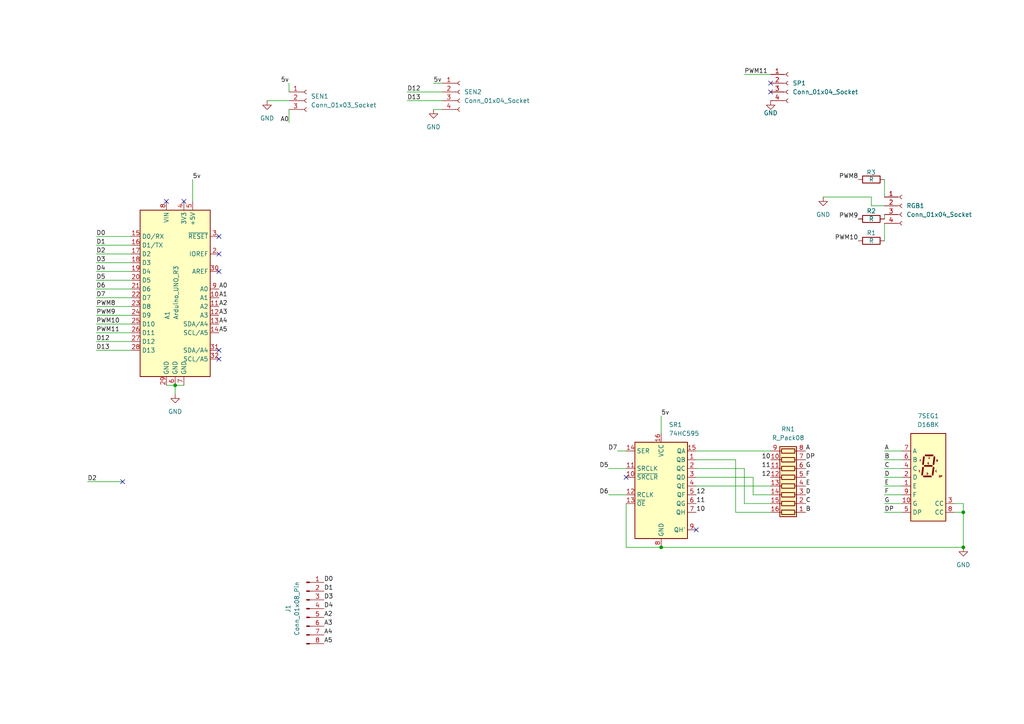
<source format=kicad_sch>
(kicad_sch
	(version 20250114)
	(generator "eeschema")
	(generator_version "9.0")
	(uuid "45faa4b6-6e0b-40c5-add5-d856cae8e335")
	(paper "A4")
	(lib_symbols
		(symbol "74xx:74HC595"
			(exclude_from_sim no)
			(in_bom yes)
			(on_board yes)
			(property "Reference" "U"
				(at -7.62 13.97 0)
				(effects
					(font
						(size 1.27 1.27)
					)
				)
			)
			(property "Value" "74HC595"
				(at -7.62 -16.51 0)
				(effects
					(font
						(size 1.27 1.27)
					)
				)
			)
			(property "Footprint" ""
				(at 0 0 0)
				(effects
					(font
						(size 1.27 1.27)
					)
					(hide yes)
				)
			)
			(property "Datasheet" "http://www.ti.com/lit/ds/symlink/sn74hc595.pdf"
				(at 0 0 0)
				(effects
					(font
						(size 1.27 1.27)
					)
					(hide yes)
				)
			)
			(property "Description" "8-bit serial in/out Shift Register 3-State Outputs"
				(at 0 0 0)
				(effects
					(font
						(size 1.27 1.27)
					)
					(hide yes)
				)
			)
			(property "ki_keywords" "HCMOS SR 3State"
				(at 0 0 0)
				(effects
					(font
						(size 1.27 1.27)
					)
					(hide yes)
				)
			)
			(property "ki_fp_filters" "DIP*W7.62mm* SOIC*3.9x9.9mm*P1.27mm* TSSOP*4.4x5mm*P0.65mm* SOIC*5.3x10.2mm*P1.27mm* SOIC*7.5x10.3mm*P1.27mm*"
				(at 0 0 0)
				(effects
					(font
						(size 1.27 1.27)
					)
					(hide yes)
				)
			)
			(symbol "74HC595_1_0"
				(pin input line
					(at -10.16 10.16 0)
					(length 2.54)
					(name "SER"
						(effects
							(font
								(size 1.27 1.27)
							)
						)
					)
					(number "14"
						(effects
							(font
								(size 1.27 1.27)
							)
						)
					)
				)
				(pin input line
					(at -10.16 5.08 0)
					(length 2.54)
					(name "SRCLK"
						(effects
							(font
								(size 1.27 1.27)
							)
						)
					)
					(number "11"
						(effects
							(font
								(size 1.27 1.27)
							)
						)
					)
				)
				(pin input line
					(at -10.16 2.54 0)
					(length 2.54)
					(name "~{SRCLR}"
						(effects
							(font
								(size 1.27 1.27)
							)
						)
					)
					(number "10"
						(effects
							(font
								(size 1.27 1.27)
							)
						)
					)
				)
				(pin input line
					(at -10.16 -2.54 0)
					(length 2.54)
					(name "RCLK"
						(effects
							(font
								(size 1.27 1.27)
							)
						)
					)
					(number "12"
						(effects
							(font
								(size 1.27 1.27)
							)
						)
					)
				)
				(pin input line
					(at -10.16 -5.08 0)
					(length 2.54)
					(name "~{OE}"
						(effects
							(font
								(size 1.27 1.27)
							)
						)
					)
					(number "13"
						(effects
							(font
								(size 1.27 1.27)
							)
						)
					)
				)
				(pin power_in line
					(at 0 15.24 270)
					(length 2.54)
					(name "VCC"
						(effects
							(font
								(size 1.27 1.27)
							)
						)
					)
					(number "16"
						(effects
							(font
								(size 1.27 1.27)
							)
						)
					)
				)
				(pin power_in line
					(at 0 -17.78 90)
					(length 2.54)
					(name "GND"
						(effects
							(font
								(size 1.27 1.27)
							)
						)
					)
					(number "8"
						(effects
							(font
								(size 1.27 1.27)
							)
						)
					)
				)
				(pin tri_state line
					(at 10.16 10.16 180)
					(length 2.54)
					(name "QA"
						(effects
							(font
								(size 1.27 1.27)
							)
						)
					)
					(number "15"
						(effects
							(font
								(size 1.27 1.27)
							)
						)
					)
				)
				(pin tri_state line
					(at 10.16 7.62 180)
					(length 2.54)
					(name "QB"
						(effects
							(font
								(size 1.27 1.27)
							)
						)
					)
					(number "1"
						(effects
							(font
								(size 1.27 1.27)
							)
						)
					)
				)
				(pin tri_state line
					(at 10.16 5.08 180)
					(length 2.54)
					(name "QC"
						(effects
							(font
								(size 1.27 1.27)
							)
						)
					)
					(number "2"
						(effects
							(font
								(size 1.27 1.27)
							)
						)
					)
				)
				(pin tri_state line
					(at 10.16 2.54 180)
					(length 2.54)
					(name "QD"
						(effects
							(font
								(size 1.27 1.27)
							)
						)
					)
					(number "3"
						(effects
							(font
								(size 1.27 1.27)
							)
						)
					)
				)
				(pin tri_state line
					(at 10.16 0 180)
					(length 2.54)
					(name "QE"
						(effects
							(font
								(size 1.27 1.27)
							)
						)
					)
					(number "4"
						(effects
							(font
								(size 1.27 1.27)
							)
						)
					)
				)
				(pin tri_state line
					(at 10.16 -2.54 180)
					(length 2.54)
					(name "QF"
						(effects
							(font
								(size 1.27 1.27)
							)
						)
					)
					(number "5"
						(effects
							(font
								(size 1.27 1.27)
							)
						)
					)
				)
				(pin tri_state line
					(at 10.16 -5.08 180)
					(length 2.54)
					(name "QG"
						(effects
							(font
								(size 1.27 1.27)
							)
						)
					)
					(number "6"
						(effects
							(font
								(size 1.27 1.27)
							)
						)
					)
				)
				(pin tri_state line
					(at 10.16 -7.62 180)
					(length 2.54)
					(name "QH"
						(effects
							(font
								(size 1.27 1.27)
							)
						)
					)
					(number "7"
						(effects
							(font
								(size 1.27 1.27)
							)
						)
					)
				)
				(pin output line
					(at 10.16 -12.7 180)
					(length 2.54)
					(name "QH'"
						(effects
							(font
								(size 1.27 1.27)
							)
						)
					)
					(number "9"
						(effects
							(font
								(size 1.27 1.27)
							)
						)
					)
				)
			)
			(symbol "74HC595_1_1"
				(rectangle
					(start -7.62 12.7)
					(end 7.62 -15.24)
					(stroke
						(width 0.254)
						(type default)
					)
					(fill
						(type background)
					)
				)
			)
			(embedded_fonts no)
		)
		(symbol "Connector:Conn_01x03_Socket"
			(pin_names
				(offset 1.016)
				(hide yes)
			)
			(exclude_from_sim no)
			(in_bom yes)
			(on_board yes)
			(property "Reference" "J"
				(at 0 5.08 0)
				(effects
					(font
						(size 1.27 1.27)
					)
				)
			)
			(property "Value" "Conn_01x03_Socket"
				(at 0 -5.08 0)
				(effects
					(font
						(size 1.27 1.27)
					)
				)
			)
			(property "Footprint" ""
				(at 0 0 0)
				(effects
					(font
						(size 1.27 1.27)
					)
					(hide yes)
				)
			)
			(property "Datasheet" "~"
				(at 0 0 0)
				(effects
					(font
						(size 1.27 1.27)
					)
					(hide yes)
				)
			)
			(property "Description" "Generic connector, single row, 01x03, script generated"
				(at 0 0 0)
				(effects
					(font
						(size 1.27 1.27)
					)
					(hide yes)
				)
			)
			(property "ki_locked" ""
				(at 0 0 0)
				(effects
					(font
						(size 1.27 1.27)
					)
				)
			)
			(property "ki_keywords" "connector"
				(at 0 0 0)
				(effects
					(font
						(size 1.27 1.27)
					)
					(hide yes)
				)
			)
			(property "ki_fp_filters" "Connector*:*_1x??_*"
				(at 0 0 0)
				(effects
					(font
						(size 1.27 1.27)
					)
					(hide yes)
				)
			)
			(symbol "Conn_01x03_Socket_1_1"
				(polyline
					(pts
						(xy -1.27 2.54) (xy -0.508 2.54)
					)
					(stroke
						(width 0.1524)
						(type default)
					)
					(fill
						(type none)
					)
				)
				(polyline
					(pts
						(xy -1.27 0) (xy -0.508 0)
					)
					(stroke
						(width 0.1524)
						(type default)
					)
					(fill
						(type none)
					)
				)
				(polyline
					(pts
						(xy -1.27 -2.54) (xy -0.508 -2.54)
					)
					(stroke
						(width 0.1524)
						(type default)
					)
					(fill
						(type none)
					)
				)
				(arc
					(start 0 2.032)
					(mid -0.5058 2.54)
					(end 0 3.048)
					(stroke
						(width 0.1524)
						(type default)
					)
					(fill
						(type none)
					)
				)
				(arc
					(start 0 -0.508)
					(mid -0.5058 0)
					(end 0 0.508)
					(stroke
						(width 0.1524)
						(type default)
					)
					(fill
						(type none)
					)
				)
				(arc
					(start 0 -3.048)
					(mid -0.5058 -2.54)
					(end 0 -2.032)
					(stroke
						(width 0.1524)
						(type default)
					)
					(fill
						(type none)
					)
				)
				(pin passive line
					(at -5.08 2.54 0)
					(length 3.81)
					(name "Pin_1"
						(effects
							(font
								(size 1.27 1.27)
							)
						)
					)
					(number "1"
						(effects
							(font
								(size 1.27 1.27)
							)
						)
					)
				)
				(pin passive line
					(at -5.08 0 0)
					(length 3.81)
					(name "Pin_2"
						(effects
							(font
								(size 1.27 1.27)
							)
						)
					)
					(number "2"
						(effects
							(font
								(size 1.27 1.27)
							)
						)
					)
				)
				(pin passive line
					(at -5.08 -2.54 0)
					(length 3.81)
					(name "Pin_3"
						(effects
							(font
								(size 1.27 1.27)
							)
						)
					)
					(number "3"
						(effects
							(font
								(size 1.27 1.27)
							)
						)
					)
				)
			)
			(embedded_fonts no)
		)
		(symbol "Connector:Conn_01x04_Socket"
			(pin_names
				(offset 1.016)
				(hide yes)
			)
			(exclude_from_sim no)
			(in_bom yes)
			(on_board yes)
			(property "Reference" "J"
				(at 0 5.08 0)
				(effects
					(font
						(size 1.27 1.27)
					)
				)
			)
			(property "Value" "Conn_01x04_Socket"
				(at 0 -7.62 0)
				(effects
					(font
						(size 1.27 1.27)
					)
				)
			)
			(property "Footprint" ""
				(at 0 0 0)
				(effects
					(font
						(size 1.27 1.27)
					)
					(hide yes)
				)
			)
			(property "Datasheet" "~"
				(at 0 0 0)
				(effects
					(font
						(size 1.27 1.27)
					)
					(hide yes)
				)
			)
			(property "Description" "Generic connector, single row, 01x04, script generated"
				(at 0 0 0)
				(effects
					(font
						(size 1.27 1.27)
					)
					(hide yes)
				)
			)
			(property "ki_locked" ""
				(at 0 0 0)
				(effects
					(font
						(size 1.27 1.27)
					)
				)
			)
			(property "ki_keywords" "connector"
				(at 0 0 0)
				(effects
					(font
						(size 1.27 1.27)
					)
					(hide yes)
				)
			)
			(property "ki_fp_filters" "Connector*:*_1x??_*"
				(at 0 0 0)
				(effects
					(font
						(size 1.27 1.27)
					)
					(hide yes)
				)
			)
			(symbol "Conn_01x04_Socket_1_1"
				(polyline
					(pts
						(xy -1.27 2.54) (xy -0.508 2.54)
					)
					(stroke
						(width 0.1524)
						(type default)
					)
					(fill
						(type none)
					)
				)
				(polyline
					(pts
						(xy -1.27 0) (xy -0.508 0)
					)
					(stroke
						(width 0.1524)
						(type default)
					)
					(fill
						(type none)
					)
				)
				(polyline
					(pts
						(xy -1.27 -2.54) (xy -0.508 -2.54)
					)
					(stroke
						(width 0.1524)
						(type default)
					)
					(fill
						(type none)
					)
				)
				(polyline
					(pts
						(xy -1.27 -5.08) (xy -0.508 -5.08)
					)
					(stroke
						(width 0.1524)
						(type default)
					)
					(fill
						(type none)
					)
				)
				(arc
					(start 0 2.032)
					(mid -0.5058 2.54)
					(end 0 3.048)
					(stroke
						(width 0.1524)
						(type default)
					)
					(fill
						(type none)
					)
				)
				(arc
					(start 0 -0.508)
					(mid -0.5058 0)
					(end 0 0.508)
					(stroke
						(width 0.1524)
						(type default)
					)
					(fill
						(type none)
					)
				)
				(arc
					(start 0 -3.048)
					(mid -0.5058 -2.54)
					(end 0 -2.032)
					(stroke
						(width 0.1524)
						(type default)
					)
					(fill
						(type none)
					)
				)
				(arc
					(start 0 -5.588)
					(mid -0.5058 -5.08)
					(end 0 -4.572)
					(stroke
						(width 0.1524)
						(type default)
					)
					(fill
						(type none)
					)
				)
				(pin passive line
					(at -5.08 2.54 0)
					(length 3.81)
					(name "Pin_1"
						(effects
							(font
								(size 1.27 1.27)
							)
						)
					)
					(number "1"
						(effects
							(font
								(size 1.27 1.27)
							)
						)
					)
				)
				(pin passive line
					(at -5.08 0 0)
					(length 3.81)
					(name "Pin_2"
						(effects
							(font
								(size 1.27 1.27)
							)
						)
					)
					(number "2"
						(effects
							(font
								(size 1.27 1.27)
							)
						)
					)
				)
				(pin passive line
					(at -5.08 -2.54 0)
					(length 3.81)
					(name "Pin_3"
						(effects
							(font
								(size 1.27 1.27)
							)
						)
					)
					(number "3"
						(effects
							(font
								(size 1.27 1.27)
							)
						)
					)
				)
				(pin passive line
					(at -5.08 -5.08 0)
					(length 3.81)
					(name "Pin_4"
						(effects
							(font
								(size 1.27 1.27)
							)
						)
					)
					(number "4"
						(effects
							(font
								(size 1.27 1.27)
							)
						)
					)
				)
			)
			(embedded_fonts no)
		)
		(symbol "Connector:Conn_01x08_Pin"
			(pin_names
				(offset 1.016)
				(hide yes)
			)
			(exclude_from_sim no)
			(in_bom yes)
			(on_board yes)
			(property "Reference" "J"
				(at 0 10.16 0)
				(effects
					(font
						(size 1.27 1.27)
					)
				)
			)
			(property "Value" "Conn_01x08_Pin"
				(at 0 -12.7 0)
				(effects
					(font
						(size 1.27 1.27)
					)
				)
			)
			(property "Footprint" ""
				(at 0 0 0)
				(effects
					(font
						(size 1.27 1.27)
					)
					(hide yes)
				)
			)
			(property "Datasheet" "~"
				(at 0 0 0)
				(effects
					(font
						(size 1.27 1.27)
					)
					(hide yes)
				)
			)
			(property "Description" "Generic connector, single row, 01x08, script generated"
				(at 0 0 0)
				(effects
					(font
						(size 1.27 1.27)
					)
					(hide yes)
				)
			)
			(property "ki_locked" ""
				(at 0 0 0)
				(effects
					(font
						(size 1.27 1.27)
					)
				)
			)
			(property "ki_keywords" "connector"
				(at 0 0 0)
				(effects
					(font
						(size 1.27 1.27)
					)
					(hide yes)
				)
			)
			(property "ki_fp_filters" "Connector*:*_1x??_*"
				(at 0 0 0)
				(effects
					(font
						(size 1.27 1.27)
					)
					(hide yes)
				)
			)
			(symbol "Conn_01x08_Pin_1_1"
				(rectangle
					(start 0.8636 7.747)
					(end 0 7.493)
					(stroke
						(width 0.1524)
						(type default)
					)
					(fill
						(type outline)
					)
				)
				(rectangle
					(start 0.8636 5.207)
					(end 0 4.953)
					(stroke
						(width 0.1524)
						(type default)
					)
					(fill
						(type outline)
					)
				)
				(rectangle
					(start 0.8636 2.667)
					(end 0 2.413)
					(stroke
						(width 0.1524)
						(type default)
					)
					(fill
						(type outline)
					)
				)
				(rectangle
					(start 0.8636 0.127)
					(end 0 -0.127)
					(stroke
						(width 0.1524)
						(type default)
					)
					(fill
						(type outline)
					)
				)
				(rectangle
					(start 0.8636 -2.413)
					(end 0 -2.667)
					(stroke
						(width 0.1524)
						(type default)
					)
					(fill
						(type outline)
					)
				)
				(rectangle
					(start 0.8636 -4.953)
					(end 0 -5.207)
					(stroke
						(width 0.1524)
						(type default)
					)
					(fill
						(type outline)
					)
				)
				(rectangle
					(start 0.8636 -7.493)
					(end 0 -7.747)
					(stroke
						(width 0.1524)
						(type default)
					)
					(fill
						(type outline)
					)
				)
				(rectangle
					(start 0.8636 -10.033)
					(end 0 -10.287)
					(stroke
						(width 0.1524)
						(type default)
					)
					(fill
						(type outline)
					)
				)
				(polyline
					(pts
						(xy 1.27 7.62) (xy 0.8636 7.62)
					)
					(stroke
						(width 0.1524)
						(type default)
					)
					(fill
						(type none)
					)
				)
				(polyline
					(pts
						(xy 1.27 5.08) (xy 0.8636 5.08)
					)
					(stroke
						(width 0.1524)
						(type default)
					)
					(fill
						(type none)
					)
				)
				(polyline
					(pts
						(xy 1.27 2.54) (xy 0.8636 2.54)
					)
					(stroke
						(width 0.1524)
						(type default)
					)
					(fill
						(type none)
					)
				)
				(polyline
					(pts
						(xy 1.27 0) (xy 0.8636 0)
					)
					(stroke
						(width 0.1524)
						(type default)
					)
					(fill
						(type none)
					)
				)
				(polyline
					(pts
						(xy 1.27 -2.54) (xy 0.8636 -2.54)
					)
					(stroke
						(width 0.1524)
						(type default)
					)
					(fill
						(type none)
					)
				)
				(polyline
					(pts
						(xy 1.27 -5.08) (xy 0.8636 -5.08)
					)
					(stroke
						(width 0.1524)
						(type default)
					)
					(fill
						(type none)
					)
				)
				(polyline
					(pts
						(xy 1.27 -7.62) (xy 0.8636 -7.62)
					)
					(stroke
						(width 0.1524)
						(type default)
					)
					(fill
						(type none)
					)
				)
				(polyline
					(pts
						(xy 1.27 -10.16) (xy 0.8636 -10.16)
					)
					(stroke
						(width 0.1524)
						(type default)
					)
					(fill
						(type none)
					)
				)
				(pin passive line
					(at 5.08 7.62 180)
					(length 3.81)
					(name "Pin_1"
						(effects
							(font
								(size 1.27 1.27)
							)
						)
					)
					(number "1"
						(effects
							(font
								(size 1.27 1.27)
							)
						)
					)
				)
				(pin passive line
					(at 5.08 5.08 180)
					(length 3.81)
					(name "Pin_2"
						(effects
							(font
								(size 1.27 1.27)
							)
						)
					)
					(number "2"
						(effects
							(font
								(size 1.27 1.27)
							)
						)
					)
				)
				(pin passive line
					(at 5.08 2.54 180)
					(length 3.81)
					(name "Pin_3"
						(effects
							(font
								(size 1.27 1.27)
							)
						)
					)
					(number "3"
						(effects
							(font
								(size 1.27 1.27)
							)
						)
					)
				)
				(pin passive line
					(at 5.08 0 180)
					(length 3.81)
					(name "Pin_4"
						(effects
							(font
								(size 1.27 1.27)
							)
						)
					)
					(number "4"
						(effects
							(font
								(size 1.27 1.27)
							)
						)
					)
				)
				(pin passive line
					(at 5.08 -2.54 180)
					(length 3.81)
					(name "Pin_5"
						(effects
							(font
								(size 1.27 1.27)
							)
						)
					)
					(number "5"
						(effects
							(font
								(size 1.27 1.27)
							)
						)
					)
				)
				(pin passive line
					(at 5.08 -5.08 180)
					(length 3.81)
					(name "Pin_6"
						(effects
							(font
								(size 1.27 1.27)
							)
						)
					)
					(number "6"
						(effects
							(font
								(size 1.27 1.27)
							)
						)
					)
				)
				(pin passive line
					(at 5.08 -7.62 180)
					(length 3.81)
					(name "Pin_7"
						(effects
							(font
								(size 1.27 1.27)
							)
						)
					)
					(number "7"
						(effects
							(font
								(size 1.27 1.27)
							)
						)
					)
				)
				(pin passive line
					(at 5.08 -10.16 180)
					(length 3.81)
					(name "Pin_8"
						(effects
							(font
								(size 1.27 1.27)
							)
						)
					)
					(number "8"
						(effects
							(font
								(size 1.27 1.27)
							)
						)
					)
				)
			)
			(embedded_fonts no)
		)
		(symbol "Device:R"
			(pin_numbers
				(hide yes)
			)
			(pin_names
				(offset 0)
			)
			(exclude_from_sim no)
			(in_bom yes)
			(on_board yes)
			(property "Reference" "R"
				(at 2.032 0 90)
				(effects
					(font
						(size 1.27 1.27)
					)
				)
			)
			(property "Value" "R"
				(at 0 0 90)
				(effects
					(font
						(size 1.27 1.27)
					)
				)
			)
			(property "Footprint" ""
				(at -1.778 0 90)
				(effects
					(font
						(size 1.27 1.27)
					)
					(hide yes)
				)
			)
			(property "Datasheet" "~"
				(at 0 0 0)
				(effects
					(font
						(size 1.27 1.27)
					)
					(hide yes)
				)
			)
			(property "Description" "Resistor"
				(at 0 0 0)
				(effects
					(font
						(size 1.27 1.27)
					)
					(hide yes)
				)
			)
			(property "ki_keywords" "R res resistor"
				(at 0 0 0)
				(effects
					(font
						(size 1.27 1.27)
					)
					(hide yes)
				)
			)
			(property "ki_fp_filters" "R_*"
				(at 0 0 0)
				(effects
					(font
						(size 1.27 1.27)
					)
					(hide yes)
				)
			)
			(symbol "R_0_1"
				(rectangle
					(start -1.016 -2.54)
					(end 1.016 2.54)
					(stroke
						(width 0.254)
						(type default)
					)
					(fill
						(type none)
					)
				)
			)
			(symbol "R_1_1"
				(pin passive line
					(at 0 3.81 270)
					(length 1.27)
					(name "~"
						(effects
							(font
								(size 1.27 1.27)
							)
						)
					)
					(number "1"
						(effects
							(font
								(size 1.27 1.27)
							)
						)
					)
				)
				(pin passive line
					(at 0 -3.81 90)
					(length 1.27)
					(name "~"
						(effects
							(font
								(size 1.27 1.27)
							)
						)
					)
					(number "2"
						(effects
							(font
								(size 1.27 1.27)
							)
						)
					)
				)
			)
			(embedded_fonts no)
		)
		(symbol "Device:R_Pack08"
			(pin_names
				(offset 0)
				(hide yes)
			)
			(exclude_from_sim no)
			(in_bom yes)
			(on_board yes)
			(property "Reference" "RN"
				(at -12.7 0 90)
				(effects
					(font
						(size 1.27 1.27)
					)
				)
			)
			(property "Value" "R_Pack08"
				(at 10.16 0 90)
				(effects
					(font
						(size 1.27 1.27)
					)
				)
			)
			(property "Footprint" ""
				(at 12.065 0 90)
				(effects
					(font
						(size 1.27 1.27)
					)
					(hide yes)
				)
			)
			(property "Datasheet" "~"
				(at 0 0 0)
				(effects
					(font
						(size 1.27 1.27)
					)
					(hide yes)
				)
			)
			(property "Description" "8 resistor network, parallel topology"
				(at 0 0 0)
				(effects
					(font
						(size 1.27 1.27)
					)
					(hide yes)
				)
			)
			(property "ki_keywords" "R network parallel topology isolated"
				(at 0 0 0)
				(effects
					(font
						(size 1.27 1.27)
					)
					(hide yes)
				)
			)
			(property "ki_fp_filters" "DIP* SOIC* R*Array*Concave* R*Array*Convex*"
				(at 0 0 0)
				(effects
					(font
						(size 1.27 1.27)
					)
					(hide yes)
				)
			)
			(symbol "R_Pack08_0_1"
				(rectangle
					(start -11.43 -2.413)
					(end 8.89 2.413)
					(stroke
						(width 0.254)
						(type default)
					)
					(fill
						(type background)
					)
				)
				(rectangle
					(start -10.795 1.905)
					(end -9.525 -1.905)
					(stroke
						(width 0.254)
						(type default)
					)
					(fill
						(type none)
					)
				)
				(polyline
					(pts
						(xy -10.16 1.905) (xy -10.16 2.54)
					)
					(stroke
						(width 0)
						(type default)
					)
					(fill
						(type none)
					)
				)
				(polyline
					(pts
						(xy -10.16 -2.54) (xy -10.16 -1.905)
					)
					(stroke
						(width 0)
						(type default)
					)
					(fill
						(type none)
					)
				)
				(rectangle
					(start -8.255 1.905)
					(end -6.985 -1.905)
					(stroke
						(width 0.254)
						(type default)
					)
					(fill
						(type none)
					)
				)
				(polyline
					(pts
						(xy -7.62 1.905) (xy -7.62 2.54)
					)
					(stroke
						(width 0)
						(type default)
					)
					(fill
						(type none)
					)
				)
				(polyline
					(pts
						(xy -7.62 -2.54) (xy -7.62 -1.905)
					)
					(stroke
						(width 0)
						(type default)
					)
					(fill
						(type none)
					)
				)
				(rectangle
					(start -5.715 1.905)
					(end -4.445 -1.905)
					(stroke
						(width 0.254)
						(type default)
					)
					(fill
						(type none)
					)
				)
				(polyline
					(pts
						(xy -5.08 1.905) (xy -5.08 2.54)
					)
					(stroke
						(width 0)
						(type default)
					)
					(fill
						(type none)
					)
				)
				(polyline
					(pts
						(xy -5.08 -2.54) (xy -5.08 -1.905)
					)
					(stroke
						(width 0)
						(type default)
					)
					(fill
						(type none)
					)
				)
				(rectangle
					(start -3.175 1.905)
					(end -1.905 -1.905)
					(stroke
						(width 0.254)
						(type default)
					)
					(fill
						(type none)
					)
				)
				(polyline
					(pts
						(xy -2.54 1.905) (xy -2.54 2.54)
					)
					(stroke
						(width 0)
						(type default)
					)
					(fill
						(type none)
					)
				)
				(polyline
					(pts
						(xy -2.54 -2.54) (xy -2.54 -1.905)
					)
					(stroke
						(width 0)
						(type default)
					)
					(fill
						(type none)
					)
				)
				(rectangle
					(start -0.635 1.905)
					(end 0.635 -1.905)
					(stroke
						(width 0.254)
						(type default)
					)
					(fill
						(type none)
					)
				)
				(polyline
					(pts
						(xy 0 1.905) (xy 0 2.54)
					)
					(stroke
						(width 0)
						(type default)
					)
					(fill
						(type none)
					)
				)
				(polyline
					(pts
						(xy 0 -2.54) (xy 0 -1.905)
					)
					(stroke
						(width 0)
						(type default)
					)
					(fill
						(type none)
					)
				)
				(rectangle
					(start 1.905 1.905)
					(end 3.175 -1.905)
					(stroke
						(width 0.254)
						(type default)
					)
					(fill
						(type none)
					)
				)
				(polyline
					(pts
						(xy 2.54 1.905) (xy 2.54 2.54)
					)
					(stroke
						(width 0)
						(type default)
					)
					(fill
						(type none)
					)
				)
				(polyline
					(pts
						(xy 2.54 -2.54) (xy 2.54 -1.905)
					)
					(stroke
						(width 0)
						(type default)
					)
					(fill
						(type none)
					)
				)
				(rectangle
					(start 4.445 1.905)
					(end 5.715 -1.905)
					(stroke
						(width 0.254)
						(type default)
					)
					(fill
						(type none)
					)
				)
				(polyline
					(pts
						(xy 5.08 1.905) (xy 5.08 2.54)
					)
					(stroke
						(width 0)
						(type default)
					)
					(fill
						(type none)
					)
				)
				(polyline
					(pts
						(xy 5.08 -2.54) (xy 5.08 -1.905)
					)
					(stroke
						(width 0)
						(type default)
					)
					(fill
						(type none)
					)
				)
				(rectangle
					(start 6.985 1.905)
					(end 8.255 -1.905)
					(stroke
						(width 0.254)
						(type default)
					)
					(fill
						(type none)
					)
				)
				(polyline
					(pts
						(xy 7.62 1.905) (xy 7.62 2.54)
					)
					(stroke
						(width 0)
						(type default)
					)
					(fill
						(type none)
					)
				)
				(polyline
					(pts
						(xy 7.62 -2.54) (xy 7.62 -1.905)
					)
					(stroke
						(width 0)
						(type default)
					)
					(fill
						(type none)
					)
				)
			)
			(symbol "R_Pack08_1_1"
				(pin passive line
					(at -10.16 5.08 270)
					(length 2.54)
					(name "R1.2"
						(effects
							(font
								(size 1.27 1.27)
							)
						)
					)
					(number "16"
						(effects
							(font
								(size 1.27 1.27)
							)
						)
					)
				)
				(pin passive line
					(at -10.16 -5.08 90)
					(length 2.54)
					(name "R1.1"
						(effects
							(font
								(size 1.27 1.27)
							)
						)
					)
					(number "1"
						(effects
							(font
								(size 1.27 1.27)
							)
						)
					)
				)
				(pin passive line
					(at -7.62 5.08 270)
					(length 2.54)
					(name "R2.2"
						(effects
							(font
								(size 1.27 1.27)
							)
						)
					)
					(number "15"
						(effects
							(font
								(size 1.27 1.27)
							)
						)
					)
				)
				(pin passive line
					(at -7.62 -5.08 90)
					(length 2.54)
					(name "R2.1"
						(effects
							(font
								(size 1.27 1.27)
							)
						)
					)
					(number "2"
						(effects
							(font
								(size 1.27 1.27)
							)
						)
					)
				)
				(pin passive line
					(at -5.08 5.08 270)
					(length 2.54)
					(name "R3.2"
						(effects
							(font
								(size 1.27 1.27)
							)
						)
					)
					(number "14"
						(effects
							(font
								(size 1.27 1.27)
							)
						)
					)
				)
				(pin passive line
					(at -5.08 -5.08 90)
					(length 2.54)
					(name "R3.1"
						(effects
							(font
								(size 1.27 1.27)
							)
						)
					)
					(number "3"
						(effects
							(font
								(size 1.27 1.27)
							)
						)
					)
				)
				(pin passive line
					(at -2.54 5.08 270)
					(length 2.54)
					(name "R4.2"
						(effects
							(font
								(size 1.27 1.27)
							)
						)
					)
					(number "13"
						(effects
							(font
								(size 1.27 1.27)
							)
						)
					)
				)
				(pin passive line
					(at -2.54 -5.08 90)
					(length 2.54)
					(name "R4.1"
						(effects
							(font
								(size 1.27 1.27)
							)
						)
					)
					(number "4"
						(effects
							(font
								(size 1.27 1.27)
							)
						)
					)
				)
				(pin passive line
					(at 0 5.08 270)
					(length 2.54)
					(name "R5.2"
						(effects
							(font
								(size 1.27 1.27)
							)
						)
					)
					(number "12"
						(effects
							(font
								(size 1.27 1.27)
							)
						)
					)
				)
				(pin passive line
					(at 0 -5.08 90)
					(length 2.54)
					(name "R5.1"
						(effects
							(font
								(size 1.27 1.27)
							)
						)
					)
					(number "5"
						(effects
							(font
								(size 1.27 1.27)
							)
						)
					)
				)
				(pin passive line
					(at 2.54 5.08 270)
					(length 2.54)
					(name "R6.2"
						(effects
							(font
								(size 1.27 1.27)
							)
						)
					)
					(number "11"
						(effects
							(font
								(size 1.27 1.27)
							)
						)
					)
				)
				(pin passive line
					(at 2.54 -5.08 90)
					(length 2.54)
					(name "R6.1"
						(effects
							(font
								(size 1.27 1.27)
							)
						)
					)
					(number "6"
						(effects
							(font
								(size 1.27 1.27)
							)
						)
					)
				)
				(pin passive line
					(at 5.08 5.08 270)
					(length 2.54)
					(name "R7.2"
						(effects
							(font
								(size 1.27 1.27)
							)
						)
					)
					(number "10"
						(effects
							(font
								(size 1.27 1.27)
							)
						)
					)
				)
				(pin passive line
					(at 5.08 -5.08 90)
					(length 2.54)
					(name "R7.1"
						(effects
							(font
								(size 1.27 1.27)
							)
						)
					)
					(number "7"
						(effects
							(font
								(size 1.27 1.27)
							)
						)
					)
				)
				(pin passive line
					(at 7.62 5.08 270)
					(length 2.54)
					(name "R8.2"
						(effects
							(font
								(size 1.27 1.27)
							)
						)
					)
					(number "9"
						(effects
							(font
								(size 1.27 1.27)
							)
						)
					)
				)
				(pin passive line
					(at 7.62 -5.08 90)
					(length 2.54)
					(name "R8.1"
						(effects
							(font
								(size 1.27 1.27)
							)
						)
					)
					(number "8"
						(effects
							(font
								(size 1.27 1.27)
							)
						)
					)
				)
			)
			(embedded_fonts no)
		)
		(symbol "Display_Character:D168K"
			(exclude_from_sim no)
			(in_bom yes)
			(on_board yes)
			(property "Reference" "U"
				(at -2.54 13.97 0)
				(effects
					(font
						(size 1.27 1.27)
					)
					(justify right)
				)
			)
			(property "Value" "D168K"
				(at 1.27 13.97 0)
				(effects
					(font
						(size 1.27 1.27)
					)
					(justify left)
				)
			)
			(property "Footprint" "Display_7Segment:D1X8K"
				(at 0 -15.24 0)
				(effects
					(font
						(size 1.27 1.27)
					)
					(hide yes)
				)
			)
			(property "Datasheet" "https://ia800903.us.archive.org/24/items/CTKD1x8K/Cromatek%20D168K.pdf"
				(at -12.7 12.065 0)
				(effects
					(font
						(size 1.27 1.27)
					)
					(justify left)
					(hide yes)
				)
			)
			(property "Description" "One digit 7 segment ultra bright red LED, low current, common cathode"
				(at 0 0 0)
				(effects
					(font
						(size 1.27 1.27)
					)
					(hide yes)
				)
			)
			(property "ki_keywords" "display LED 7-segment"
				(at 0 0 0)
				(effects
					(font
						(size 1.27 1.27)
					)
					(hide yes)
				)
			)
			(property "ki_fp_filters" "D1X8K*"
				(at 0 0 0)
				(effects
					(font
						(size 1.27 1.27)
					)
					(hide yes)
				)
			)
			(symbol "D168K_0_0"
				(text "E"
					(at -2.54 1.778 0)
					(effects
						(font
							(size 0.508 0.508)
						)
					)
				)
				(text "F"
					(at -2.286 4.826 0)
					(effects
						(font
							(size 0.508 0.508)
						)
					)
				)
				(text "D"
					(at -0.254 1.016 0)
					(effects
						(font
							(size 0.508 0.508)
						)
					)
				)
				(text "G"
					(at 0 4.064 0)
					(effects
						(font
							(size 0.508 0.508)
						)
					)
				)
				(text "A"
					(at 0.254 5.588 0)
					(effects
						(font
							(size 0.508 0.508)
						)
					)
				)
				(text "C"
					(at 2.286 1.778 0)
					(effects
						(font
							(size 0.508 0.508)
						)
					)
				)
				(text "B"
					(at 2.54 4.826 0)
					(effects
						(font
							(size 0.508 0.508)
						)
					)
				)
				(text "DP"
					(at 3.556 0.254 0)
					(effects
						(font
							(size 0.508 0.508)
						)
					)
				)
			)
			(symbol "D168K_0_1"
				(rectangle
					(start -5.08 12.7)
					(end 5.08 -12.7)
					(stroke
						(width 0.254)
						(type default)
					)
					(fill
						(type background)
					)
				)
				(polyline
					(pts
						(xy -1.524 2.794) (xy -1.778 0.762)
					)
					(stroke
						(width 0.508)
						(type default)
					)
					(fill
						(type none)
					)
				)
				(polyline
					(pts
						(xy -1.27 5.842) (xy -1.524 3.81)
					)
					(stroke
						(width 0.508)
						(type default)
					)
					(fill
						(type none)
					)
				)
				(polyline
					(pts
						(xy -1.27 0.254) (xy 0.762 0.254)
					)
					(stroke
						(width 0.508)
						(type default)
					)
					(fill
						(type none)
					)
				)
				(polyline
					(pts
						(xy -1.016 3.302) (xy 1.016 3.302)
					)
					(stroke
						(width 0.508)
						(type default)
					)
					(fill
						(type none)
					)
				)
				(polyline
					(pts
						(xy -0.762 6.35) (xy 1.27 6.35)
					)
					(stroke
						(width 0.508)
						(type default)
					)
					(fill
						(type none)
					)
				)
				(polyline
					(pts
						(xy 1.524 2.794) (xy 1.27 0.762)
					)
					(stroke
						(width 0.508)
						(type default)
					)
					(fill
						(type none)
					)
				)
				(polyline
					(pts
						(xy 1.778 5.842) (xy 1.524 3.81)
					)
					(stroke
						(width 0.508)
						(type default)
					)
					(fill
						(type none)
					)
				)
				(polyline
					(pts
						(xy 2.54 0.254) (xy 2.54 0.254)
					)
					(stroke
						(width 0.508)
						(type default)
					)
					(fill
						(type none)
					)
				)
			)
			(symbol "D168K_1_1"
				(pin input line
					(at -7.62 7.62 0)
					(length 2.54)
					(name "A"
						(effects
							(font
								(size 1.27 1.27)
							)
						)
					)
					(number "7"
						(effects
							(font
								(size 1.27 1.27)
							)
						)
					)
				)
				(pin input line
					(at -7.62 5.08 0)
					(length 2.54)
					(name "B"
						(effects
							(font
								(size 1.27 1.27)
							)
						)
					)
					(number "6"
						(effects
							(font
								(size 1.27 1.27)
							)
						)
					)
				)
				(pin input line
					(at -7.62 2.54 0)
					(length 2.54)
					(name "C"
						(effects
							(font
								(size 1.27 1.27)
							)
						)
					)
					(number "4"
						(effects
							(font
								(size 1.27 1.27)
							)
						)
					)
				)
				(pin input line
					(at -7.62 0 0)
					(length 2.54)
					(name "D"
						(effects
							(font
								(size 1.27 1.27)
							)
						)
					)
					(number "2"
						(effects
							(font
								(size 1.27 1.27)
							)
						)
					)
				)
				(pin input line
					(at -7.62 -2.54 0)
					(length 2.54)
					(name "E"
						(effects
							(font
								(size 1.27 1.27)
							)
						)
					)
					(number "1"
						(effects
							(font
								(size 1.27 1.27)
							)
						)
					)
				)
				(pin input line
					(at -7.62 -5.08 0)
					(length 2.54)
					(name "F"
						(effects
							(font
								(size 1.27 1.27)
							)
						)
					)
					(number "9"
						(effects
							(font
								(size 1.27 1.27)
							)
						)
					)
				)
				(pin input line
					(at -7.62 -7.62 0)
					(length 2.54)
					(name "G"
						(effects
							(font
								(size 1.27 1.27)
							)
						)
					)
					(number "10"
						(effects
							(font
								(size 1.27 1.27)
							)
						)
					)
				)
				(pin input line
					(at -7.62 -10.16 0)
					(length 2.54)
					(name "DP"
						(effects
							(font
								(size 1.27 1.27)
							)
						)
					)
					(number "5"
						(effects
							(font
								(size 1.27 1.27)
							)
						)
					)
				)
				(pin input line
					(at 7.62 -7.62 180)
					(length 2.54)
					(name "CC"
						(effects
							(font
								(size 1.27 1.27)
							)
						)
					)
					(number "3"
						(effects
							(font
								(size 1.27 1.27)
							)
						)
					)
				)
				(pin input line
					(at 7.62 -10.16 180)
					(length 2.54)
					(name "CC"
						(effects
							(font
								(size 1.27 1.27)
							)
						)
					)
					(number "8"
						(effects
							(font
								(size 1.27 1.27)
							)
						)
					)
				)
			)
			(embedded_fonts no)
		)
		(symbol "MCU_Module:Arduino_UNO_R3"
			(exclude_from_sim no)
			(in_bom yes)
			(on_board yes)
			(property "Reference" "A"
				(at -10.16 23.495 0)
				(effects
					(font
						(size 1.27 1.27)
					)
					(justify left bottom)
				)
			)
			(property "Value" "Arduino_UNO_R3"
				(at 5.08 -26.67 0)
				(effects
					(font
						(size 1.27 1.27)
					)
					(justify left top)
				)
			)
			(property "Footprint" "Module:Arduino_UNO_R3"
				(at 0 0 0)
				(effects
					(font
						(size 1.27 1.27)
						(italic yes)
					)
					(hide yes)
				)
			)
			(property "Datasheet" "https://www.arduino.cc/en/Main/arduinoBoardUno"
				(at 0 0 0)
				(effects
					(font
						(size 1.27 1.27)
					)
					(hide yes)
				)
			)
			(property "Description" "Arduino UNO Microcontroller Module, release 3"
				(at 0 0 0)
				(effects
					(font
						(size 1.27 1.27)
					)
					(hide yes)
				)
			)
			(property "ki_keywords" "Arduino UNO R3 Microcontroller Module Atmel AVR USB"
				(at 0 0 0)
				(effects
					(font
						(size 1.27 1.27)
					)
					(hide yes)
				)
			)
			(property "ki_fp_filters" "Arduino*UNO*R3*"
				(at 0 0 0)
				(effects
					(font
						(size 1.27 1.27)
					)
					(hide yes)
				)
			)
			(symbol "Arduino_UNO_R3_0_1"
				(rectangle
					(start -10.16 22.86)
					(end 10.16 -25.4)
					(stroke
						(width 0.254)
						(type default)
					)
					(fill
						(type background)
					)
				)
			)
			(symbol "Arduino_UNO_R3_1_1"
				(pin bidirectional line
					(at -12.7 15.24 0)
					(length 2.54)
					(name "D0/RX"
						(effects
							(font
								(size 1.27 1.27)
							)
						)
					)
					(number "15"
						(effects
							(font
								(size 1.27 1.27)
							)
						)
					)
				)
				(pin bidirectional line
					(at -12.7 12.7 0)
					(length 2.54)
					(name "D1/TX"
						(effects
							(font
								(size 1.27 1.27)
							)
						)
					)
					(number "16"
						(effects
							(font
								(size 1.27 1.27)
							)
						)
					)
				)
				(pin bidirectional line
					(at -12.7 10.16 0)
					(length 2.54)
					(name "D2"
						(effects
							(font
								(size 1.27 1.27)
							)
						)
					)
					(number "17"
						(effects
							(font
								(size 1.27 1.27)
							)
						)
					)
				)
				(pin bidirectional line
					(at -12.7 7.62 0)
					(length 2.54)
					(name "D3"
						(effects
							(font
								(size 1.27 1.27)
							)
						)
					)
					(number "18"
						(effects
							(font
								(size 1.27 1.27)
							)
						)
					)
				)
				(pin bidirectional line
					(at -12.7 5.08 0)
					(length 2.54)
					(name "D4"
						(effects
							(font
								(size 1.27 1.27)
							)
						)
					)
					(number "19"
						(effects
							(font
								(size 1.27 1.27)
							)
						)
					)
				)
				(pin bidirectional line
					(at -12.7 2.54 0)
					(length 2.54)
					(name "D5"
						(effects
							(font
								(size 1.27 1.27)
							)
						)
					)
					(number "20"
						(effects
							(font
								(size 1.27 1.27)
							)
						)
					)
				)
				(pin bidirectional line
					(at -12.7 0 0)
					(length 2.54)
					(name "D6"
						(effects
							(font
								(size 1.27 1.27)
							)
						)
					)
					(number "21"
						(effects
							(font
								(size 1.27 1.27)
							)
						)
					)
				)
				(pin bidirectional line
					(at -12.7 -2.54 0)
					(length 2.54)
					(name "D7"
						(effects
							(font
								(size 1.27 1.27)
							)
						)
					)
					(number "22"
						(effects
							(font
								(size 1.27 1.27)
							)
						)
					)
				)
				(pin bidirectional line
					(at -12.7 -5.08 0)
					(length 2.54)
					(name "D8"
						(effects
							(font
								(size 1.27 1.27)
							)
						)
					)
					(number "23"
						(effects
							(font
								(size 1.27 1.27)
							)
						)
					)
				)
				(pin bidirectional line
					(at -12.7 -7.62 0)
					(length 2.54)
					(name "D9"
						(effects
							(font
								(size 1.27 1.27)
							)
						)
					)
					(number "24"
						(effects
							(font
								(size 1.27 1.27)
							)
						)
					)
				)
				(pin bidirectional line
					(at -12.7 -10.16 0)
					(length 2.54)
					(name "D10"
						(effects
							(font
								(size 1.27 1.27)
							)
						)
					)
					(number "25"
						(effects
							(font
								(size 1.27 1.27)
							)
						)
					)
				)
				(pin bidirectional line
					(at -12.7 -12.7 0)
					(length 2.54)
					(name "D11"
						(effects
							(font
								(size 1.27 1.27)
							)
						)
					)
					(number "26"
						(effects
							(font
								(size 1.27 1.27)
							)
						)
					)
				)
				(pin bidirectional line
					(at -12.7 -15.24 0)
					(length 2.54)
					(name "D12"
						(effects
							(font
								(size 1.27 1.27)
							)
						)
					)
					(number "27"
						(effects
							(font
								(size 1.27 1.27)
							)
						)
					)
				)
				(pin bidirectional line
					(at -12.7 -17.78 0)
					(length 2.54)
					(name "D13"
						(effects
							(font
								(size 1.27 1.27)
							)
						)
					)
					(number "28"
						(effects
							(font
								(size 1.27 1.27)
							)
						)
					)
				)
				(pin no_connect line
					(at -10.16 -20.32 0)
					(length 2.54)
					(hide yes)
					(name "NC"
						(effects
							(font
								(size 1.27 1.27)
							)
						)
					)
					(number "1"
						(effects
							(font
								(size 1.27 1.27)
							)
						)
					)
				)
				(pin power_in line
					(at -2.54 25.4 270)
					(length 2.54)
					(name "VIN"
						(effects
							(font
								(size 1.27 1.27)
							)
						)
					)
					(number "8"
						(effects
							(font
								(size 1.27 1.27)
							)
						)
					)
				)
				(pin power_in line
					(at -2.54 -27.94 90)
					(length 2.54)
					(name "GND"
						(effects
							(font
								(size 1.27 1.27)
							)
						)
					)
					(number "29"
						(effects
							(font
								(size 1.27 1.27)
							)
						)
					)
				)
				(pin power_in line
					(at 0 -27.94 90)
					(length 2.54)
					(name "GND"
						(effects
							(font
								(size 1.27 1.27)
							)
						)
					)
					(number "6"
						(effects
							(font
								(size 1.27 1.27)
							)
						)
					)
				)
				(pin power_out line
					(at 2.54 25.4 270)
					(length 2.54)
					(name "3V3"
						(effects
							(font
								(size 1.27 1.27)
							)
						)
					)
					(number "4"
						(effects
							(font
								(size 1.27 1.27)
							)
						)
					)
				)
				(pin power_in line
					(at 2.54 -27.94 90)
					(length 2.54)
					(name "GND"
						(effects
							(font
								(size 1.27 1.27)
							)
						)
					)
					(number "7"
						(effects
							(font
								(size 1.27 1.27)
							)
						)
					)
				)
				(pin power_out line
					(at 5.08 25.4 270)
					(length 2.54)
					(name "+5V"
						(effects
							(font
								(size 1.27 1.27)
							)
						)
					)
					(number "5"
						(effects
							(font
								(size 1.27 1.27)
							)
						)
					)
				)
				(pin input line
					(at 12.7 15.24 180)
					(length 2.54)
					(name "~{RESET}"
						(effects
							(font
								(size 1.27 1.27)
							)
						)
					)
					(number "3"
						(effects
							(font
								(size 1.27 1.27)
							)
						)
					)
				)
				(pin output line
					(at 12.7 10.16 180)
					(length 2.54)
					(name "IOREF"
						(effects
							(font
								(size 1.27 1.27)
							)
						)
					)
					(number "2"
						(effects
							(font
								(size 1.27 1.27)
							)
						)
					)
				)
				(pin input line
					(at 12.7 5.08 180)
					(length 2.54)
					(name "AREF"
						(effects
							(font
								(size 1.27 1.27)
							)
						)
					)
					(number "30"
						(effects
							(font
								(size 1.27 1.27)
							)
						)
					)
				)
				(pin bidirectional line
					(at 12.7 0 180)
					(length 2.54)
					(name "A0"
						(effects
							(font
								(size 1.27 1.27)
							)
						)
					)
					(number "9"
						(effects
							(font
								(size 1.27 1.27)
							)
						)
					)
				)
				(pin bidirectional line
					(at 12.7 -2.54 180)
					(length 2.54)
					(name "A1"
						(effects
							(font
								(size 1.27 1.27)
							)
						)
					)
					(number "10"
						(effects
							(font
								(size 1.27 1.27)
							)
						)
					)
				)
				(pin bidirectional line
					(at 12.7 -5.08 180)
					(length 2.54)
					(name "A2"
						(effects
							(font
								(size 1.27 1.27)
							)
						)
					)
					(number "11"
						(effects
							(font
								(size 1.27 1.27)
							)
						)
					)
				)
				(pin bidirectional line
					(at 12.7 -7.62 180)
					(length 2.54)
					(name "A3"
						(effects
							(font
								(size 1.27 1.27)
							)
						)
					)
					(number "12"
						(effects
							(font
								(size 1.27 1.27)
							)
						)
					)
				)
				(pin bidirectional line
					(at 12.7 -10.16 180)
					(length 2.54)
					(name "SDA/A4"
						(effects
							(font
								(size 1.27 1.27)
							)
						)
					)
					(number "13"
						(effects
							(font
								(size 1.27 1.27)
							)
						)
					)
				)
				(pin bidirectional line
					(at 12.7 -12.7 180)
					(length 2.54)
					(name "SCL/A5"
						(effects
							(font
								(size 1.27 1.27)
							)
						)
					)
					(number "14"
						(effects
							(font
								(size 1.27 1.27)
							)
						)
					)
				)
				(pin bidirectional line
					(at 12.7 -17.78 180)
					(length 2.54)
					(name "SDA/A4"
						(effects
							(font
								(size 1.27 1.27)
							)
						)
					)
					(number "31"
						(effects
							(font
								(size 1.27 1.27)
							)
						)
					)
				)
				(pin bidirectional line
					(at 12.7 -20.32 180)
					(length 2.54)
					(name "SCL/A5"
						(effects
							(font
								(size 1.27 1.27)
							)
						)
					)
					(number "32"
						(effects
							(font
								(size 1.27 1.27)
							)
						)
					)
				)
			)
			(embedded_fonts no)
		)
		(symbol "power:GND"
			(power)
			(pin_names
				(offset 0)
			)
			(exclude_from_sim no)
			(in_bom yes)
			(on_board yes)
			(property "Reference" "#PWR"
				(at 0 -6.35 0)
				(effects
					(font
						(size 1.27 1.27)
					)
					(hide yes)
				)
			)
			(property "Value" "GND"
				(at 0 -3.81 0)
				(effects
					(font
						(size 1.27 1.27)
					)
				)
			)
			(property "Footprint" ""
				(at 0 0 0)
				(effects
					(font
						(size 1.27 1.27)
					)
					(hide yes)
				)
			)
			(property "Datasheet" ""
				(at 0 0 0)
				(effects
					(font
						(size 1.27 1.27)
					)
					(hide yes)
				)
			)
			(property "Description" "Power symbol creates a global label with name \"GND\" , ground"
				(at 0 0 0)
				(effects
					(font
						(size 1.27 1.27)
					)
					(hide yes)
				)
			)
			(property "ki_keywords" "power-flag"
				(at 0 0 0)
				(effects
					(font
						(size 1.27 1.27)
					)
					(hide yes)
				)
			)
			(symbol "GND_0_1"
				(polyline
					(pts
						(xy 0 0) (xy 0 -1.27) (xy 1.27 -1.27) (xy 0 -2.54) (xy -1.27 -1.27) (xy 0 -1.27)
					)
					(stroke
						(width 0)
						(type default)
					)
					(fill
						(type none)
					)
				)
			)
			(symbol "GND_1_1"
				(pin power_in line
					(at 0 0 270)
					(length 0)
					(hide yes)
					(name "GND"
						(effects
							(font
								(size 1.27 1.27)
							)
						)
					)
					(number "1"
						(effects
							(font
								(size 1.27 1.27)
							)
						)
					)
				)
			)
			(embedded_fonts no)
		)
	)
	(junction
		(at 279.4 158.75)
		(diameter 0)
		(color 0 0 0 0)
		(uuid "19e3cdda-1295-4d09-8d3f-4afa91acaa53")
	)
	(junction
		(at 50.8 111.76)
		(diameter 0)
		(color 0 0 0 0)
		(uuid "2ca009a4-d295-46ab-ae11-060f1e777258")
	)
	(junction
		(at 279.4 148.59)
		(diameter 0)
		(color 0 0 0 0)
		(uuid "842a43af-b907-4c82-bf91-2d088e032349")
	)
	(junction
		(at 191.77 158.75)
		(diameter 0)
		(color 0 0 0 0)
		(uuid "fdeb050e-d300-4b15-9f17-34f8e536557d")
	)
	(no_connect
		(at 181.61 138.43)
		(uuid "0224deef-58f8-4993-ab2b-38227da816b4")
	)
	(no_connect
		(at 63.5 73.66)
		(uuid "025be132-6819-4c3c-a36d-f88d27aa0e0d")
	)
	(no_connect
		(at 53.34 58.42)
		(uuid "17f41216-6e5f-47f8-8ad3-ab209c419128")
	)
	(no_connect
		(at 223.52 26.67)
		(uuid "26e7f813-de92-4eb2-8a17-8ed1c11631d9")
	)
	(no_connect
		(at 63.5 68.58)
		(uuid "2858be6b-c1be-44fd-b255-ef745a302c40")
	)
	(no_connect
		(at 63.5 104.14)
		(uuid "3c90c58a-0c3d-4d27-bc58-56da5cb961f7")
	)
	(no_connect
		(at 63.5 101.6)
		(uuid "6d4ba3d6-dbb4-483b-9ce6-f8df4065ea89")
	)
	(no_connect
		(at 201.93 153.67)
		(uuid "73688cbc-932f-47eb-afa3-4150b363b432")
	)
	(no_connect
		(at 223.52 24.13)
		(uuid "80942f26-9a6a-443b-99df-c21e3be0b157")
	)
	(no_connect
		(at 63.5 78.74)
		(uuid "b345e789-b8fe-47e9-add5-af27cd30f7c8")
	)
	(no_connect
		(at 48.26 58.42)
		(uuid "f60b6f78-77ac-4873-b345-68e542823485")
	)
	(no_connect
		(at 35.56 139.7)
		(uuid "fdc05bd6-d1f1-437b-b36c-58c9d7aa9a81")
	)
	(wire
		(pts
			(xy 191.77 158.75) (xy 279.4 158.75)
		)
		(stroke
			(width 0)
			(type default)
		)
		(uuid "025df18e-066a-4b41-8958-40d2ca301657")
	)
	(wire
		(pts
			(xy 125.73 24.13) (xy 128.27 24.13)
		)
		(stroke
			(width 0)
			(type default)
		)
		(uuid "0449469f-1b89-45a8-8c8e-a7a3cbb0bdf8")
	)
	(wire
		(pts
			(xy 279.4 158.75) (xy 279.4 148.59)
		)
		(stroke
			(width 0)
			(type default)
		)
		(uuid "04a7b641-e009-417f-892e-f44f289ef6fb")
	)
	(wire
		(pts
			(xy 181.61 146.05) (xy 181.61 158.75)
		)
		(stroke
			(width 0)
			(type default)
		)
		(uuid "06184adf-ee2f-4f4d-bd1e-b65cf2c261e6")
	)
	(wire
		(pts
			(xy 25.4 139.7) (xy 35.56 139.7)
		)
		(stroke
			(width 0)
			(type default)
		)
		(uuid "0ab85731-5195-4e67-95d4-210be3c29124")
	)
	(wire
		(pts
			(xy 256.54 143.51) (xy 261.62 143.51)
		)
		(stroke
			(width 0)
			(type default)
		)
		(uuid "17a6ecfd-a594-481d-8dab-2b31ee38cc98")
	)
	(wire
		(pts
			(xy 252.73 59.69) (xy 252.73 57.15)
		)
		(stroke
			(width 0)
			(type default)
		)
		(uuid "18637e2e-de96-48fb-8dd8-60a0c8ad0f2a")
	)
	(wire
		(pts
			(xy 55.88 52.07) (xy 55.88 58.42)
		)
		(stroke
			(width 0)
			(type default)
		)
		(uuid "1af8b8ae-6c12-448e-a5fb-33ff6bb8dfe9")
	)
	(wire
		(pts
			(xy 27.94 81.28) (xy 38.1 81.28)
		)
		(stroke
			(width 0)
			(type default)
		)
		(uuid "1e0c1910-934c-4b68-a8e3-6e2e7216ecda")
	)
	(wire
		(pts
			(xy 276.86 146.05) (xy 279.4 146.05)
		)
		(stroke
			(width 0)
			(type default)
		)
		(uuid "1ff177d2-c075-4046-974a-a5d0226454d1")
	)
	(wire
		(pts
			(xy 27.94 76.2) (xy 38.1 76.2)
		)
		(stroke
			(width 0)
			(type default)
		)
		(uuid "2572ee71-cb79-4710-b920-95c3efe510eb")
	)
	(wire
		(pts
			(xy 252.73 57.15) (xy 238.76 57.15)
		)
		(stroke
			(width 0)
			(type default)
		)
		(uuid "280f1e73-7241-4338-a8f2-49bbe097ab40")
	)
	(wire
		(pts
			(xy 279.4 146.05) (xy 279.4 148.59)
		)
		(stroke
			(width 0)
			(type default)
		)
		(uuid "2b744929-25b0-4825-9c59-77c6e244a2ae")
	)
	(wire
		(pts
			(xy 53.34 111.76) (xy 50.8 111.76)
		)
		(stroke
			(width 0)
			(type default)
		)
		(uuid "2cda6a22-7960-462d-b7f4-b7b36910441e")
	)
	(wire
		(pts
			(xy 50.8 111.76) (xy 50.8 114.3)
		)
		(stroke
			(width 0)
			(type default)
		)
		(uuid "335e864b-ea75-4831-bad4-c4581164ca68")
	)
	(wire
		(pts
			(xy 256.54 146.05) (xy 261.62 146.05)
		)
		(stroke
			(width 0)
			(type default)
		)
		(uuid "366d83e1-705b-4ec9-9861-16dff388fa62")
	)
	(wire
		(pts
			(xy 191.77 120.65) (xy 191.77 125.73)
		)
		(stroke
			(width 0)
			(type default)
		)
		(uuid "3a5720b6-cbc0-4c27-a355-5a610638da88")
	)
	(wire
		(pts
			(xy 201.93 130.81) (xy 223.52 130.81)
		)
		(stroke
			(width 0)
			(type default)
		)
		(uuid "3ac0c759-b649-42ba-8648-85b69e2a3087")
	)
	(wire
		(pts
			(xy 27.94 83.82) (xy 38.1 83.82)
		)
		(stroke
			(width 0)
			(type default)
		)
		(uuid "3ea32262-48c9-4880-a6da-04e4d8d726b5")
	)
	(wire
		(pts
			(xy 256.54 52.07) (xy 256.54 57.15)
		)
		(stroke
			(width 0)
			(type default)
		)
		(uuid "3f4d202f-4376-4cb8-bd72-44733868122e")
	)
	(wire
		(pts
			(xy 125.73 31.75) (xy 128.27 31.75)
		)
		(stroke
			(width 0)
			(type default)
		)
		(uuid "405b0b9d-7e10-47c6-b7ca-17929302b657")
	)
	(wire
		(pts
			(xy 218.44 138.43) (xy 218.44 143.51)
		)
		(stroke
			(width 0)
			(type default)
		)
		(uuid "454086d6-b331-4489-8e12-d102f5b9af93")
	)
	(wire
		(pts
			(xy 256.54 135.89) (xy 261.62 135.89)
		)
		(stroke
			(width 0)
			(type default)
		)
		(uuid "475a88c9-8a3b-4fb1-8b33-5775bee84897")
	)
	(wire
		(pts
			(xy 27.94 99.06) (xy 38.1 99.06)
		)
		(stroke
			(width 0)
			(type default)
		)
		(uuid "49322968-50d5-4b4f-98d2-c3511104a94e")
	)
	(wire
		(pts
			(xy 215.9 135.89) (xy 215.9 146.05)
		)
		(stroke
			(width 0)
			(type default)
		)
		(uuid "49f88a24-c26f-4df5-a718-d1adc573ad07")
	)
	(wire
		(pts
			(xy 201.93 135.89) (xy 215.9 135.89)
		)
		(stroke
			(width 0)
			(type default)
		)
		(uuid "4e525495-7d5c-4641-af96-3aa960c28ee3")
	)
	(wire
		(pts
			(xy 27.94 88.9) (xy 38.1 88.9)
		)
		(stroke
			(width 0)
			(type default)
		)
		(uuid "4f524703-7203-4382-be01-e0c15ea79612")
	)
	(wire
		(pts
			(xy 215.9 146.05) (xy 223.52 146.05)
		)
		(stroke
			(width 0)
			(type default)
		)
		(uuid "4f789a1b-fcc3-4b43-93cf-9a9c2b8250aa")
	)
	(wire
		(pts
			(xy 27.94 73.66) (xy 38.1 73.66)
		)
		(stroke
			(width 0)
			(type default)
		)
		(uuid "5d7e804e-67d0-4b7a-825e-83a3a2b61e53")
	)
	(wire
		(pts
			(xy 256.54 148.59) (xy 261.62 148.59)
		)
		(stroke
			(width 0)
			(type default)
		)
		(uuid "6207a6cf-ea3e-4162-befe-3f8938df6d3b")
	)
	(wire
		(pts
			(xy 215.9 21.59) (xy 223.52 21.59)
		)
		(stroke
			(width 0)
			(type default)
		)
		(uuid "686c8fc4-5ddf-4fa8-8bfd-8b1752bf367b")
	)
	(wire
		(pts
			(xy 118.11 26.67) (xy 128.27 26.67)
		)
		(stroke
			(width 0)
			(type default)
		)
		(uuid "6a8a3384-7a26-48d3-929b-e8b26da991d0")
	)
	(wire
		(pts
			(xy 179.07 130.81) (xy 181.61 130.81)
		)
		(stroke
			(width 0)
			(type default)
		)
		(uuid "6c7f34de-311f-4a4e-85a7-ba285e7e77b8")
	)
	(wire
		(pts
			(xy 256.54 130.81) (xy 261.62 130.81)
		)
		(stroke
			(width 0)
			(type default)
		)
		(uuid "72723bd9-a05f-431d-84b7-e64c8cab97be")
	)
	(wire
		(pts
			(xy 27.94 101.6) (xy 38.1 101.6)
		)
		(stroke
			(width 0)
			(type default)
		)
		(uuid "79e9994b-2bb4-4a03-8fe1-8cc12b5a454a")
	)
	(wire
		(pts
			(xy 191.77 158.75) (xy 181.61 158.75)
		)
		(stroke
			(width 0)
			(type default)
		)
		(uuid "80a7a59f-196b-417a-af14-d0f1954007c3")
	)
	(wire
		(pts
			(xy 256.54 133.35) (xy 261.62 133.35)
		)
		(stroke
			(width 0)
			(type default)
		)
		(uuid "826b7fc5-b9ee-4bec-89fd-6a0a5ab488c2")
	)
	(wire
		(pts
			(xy 276.86 148.59) (xy 279.4 148.59)
		)
		(stroke
			(width 0)
			(type default)
		)
		(uuid "879cec3f-c4bc-41a0-917d-90562367deae")
	)
	(wire
		(pts
			(xy 27.94 71.12) (xy 38.1 71.12)
		)
		(stroke
			(width 0)
			(type default)
		)
		(uuid "894ac69a-b3eb-4efc-af7f-33add8e06775")
	)
	(wire
		(pts
			(xy 213.36 133.35) (xy 213.36 148.59)
		)
		(stroke
			(width 0)
			(type default)
		)
		(uuid "8a54a2f0-f1ca-40a8-b2c4-8333a6885bd2")
	)
	(wire
		(pts
			(xy 176.53 143.51) (xy 181.61 143.51)
		)
		(stroke
			(width 0)
			(type default)
		)
		(uuid "926a8d7e-12e0-46cb-9a21-d460736605e4")
	)
	(wire
		(pts
			(xy 77.47 29.21) (xy 83.82 29.21)
		)
		(stroke
			(width 0)
			(type default)
		)
		(uuid "931c7a76-6fe2-4f41-85eb-b45b7b660c20")
	)
	(wire
		(pts
			(xy 213.36 148.59) (xy 223.52 148.59)
		)
		(stroke
			(width 0)
			(type default)
		)
		(uuid "942a67df-3f9e-460b-899e-a194ceffd72a")
	)
	(wire
		(pts
			(xy 27.94 68.58) (xy 38.1 68.58)
		)
		(stroke
			(width 0)
			(type default)
		)
		(uuid "997bba2c-ab58-455b-94b8-3b703d2bcb27")
	)
	(wire
		(pts
			(xy 83.82 24.13) (xy 83.82 26.67)
		)
		(stroke
			(width 0)
			(type default)
		)
		(uuid "9d4f3639-ae7b-4731-b11e-fc5d8c6a9a5a")
	)
	(wire
		(pts
			(xy 256.54 59.69) (xy 252.73 59.69)
		)
		(stroke
			(width 0)
			(type default)
		)
		(uuid "9dd8a07f-4561-49b7-8dd7-214c3f6c5486")
	)
	(wire
		(pts
			(xy 27.94 96.52) (xy 38.1 96.52)
		)
		(stroke
			(width 0)
			(type default)
		)
		(uuid "a05ffd0b-d887-473b-8962-535361f06aaa")
	)
	(wire
		(pts
			(xy 201.93 140.97) (xy 223.52 140.97)
		)
		(stroke
			(width 0)
			(type default)
		)
		(uuid "a0ffccf7-8ec8-4d0c-ab89-4e57138d64a4")
	)
	(wire
		(pts
			(xy 218.44 143.51) (xy 223.52 143.51)
		)
		(stroke
			(width 0)
			(type default)
		)
		(uuid "a2ef2c16-aa07-4474-a49d-98d3c87108bf")
	)
	(wire
		(pts
			(xy 83.82 35.56) (xy 83.82 31.75)
		)
		(stroke
			(width 0)
			(type default)
		)
		(uuid "a8f1d7d9-a7f5-4ac2-8e27-f3c7e2b9416f")
	)
	(wire
		(pts
			(xy 256.54 140.97) (xy 261.62 140.97)
		)
		(stroke
			(width 0)
			(type default)
		)
		(uuid "b3799b74-1281-48d9-8bf6-24fb5f8e4747")
	)
	(wire
		(pts
			(xy 201.93 138.43) (xy 218.44 138.43)
		)
		(stroke
			(width 0)
			(type default)
		)
		(uuid "b7ad5f58-3c9b-4ccd-a9fc-097b588699a2")
	)
	(wire
		(pts
			(xy 256.54 138.43) (xy 261.62 138.43)
		)
		(stroke
			(width 0)
			(type default)
		)
		(uuid "c3201b14-bbd5-4030-bb2f-8016101c0b68")
	)
	(wire
		(pts
			(xy 27.94 93.98) (xy 38.1 93.98)
		)
		(stroke
			(width 0)
			(type default)
		)
		(uuid "c842e035-a788-4378-8f12-30704f290eb4")
	)
	(wire
		(pts
			(xy 27.94 86.36) (xy 38.1 86.36)
		)
		(stroke
			(width 0)
			(type default)
		)
		(uuid "d6035e60-fec6-4e50-941c-aa0aa8f34ec9")
	)
	(wire
		(pts
			(xy 48.26 111.76) (xy 50.8 111.76)
		)
		(stroke
			(width 0)
			(type default)
		)
		(uuid "e0e00135-5b3e-4d8b-84a7-223cf662f7d1")
	)
	(wire
		(pts
			(xy 118.11 29.21) (xy 128.27 29.21)
		)
		(stroke
			(width 0)
			(type default)
		)
		(uuid "e2ca6306-3726-440f-82f4-bf8ed827955f")
	)
	(wire
		(pts
			(xy 256.54 64.77) (xy 256.54 69.85)
		)
		(stroke
			(width 0)
			(type default)
		)
		(uuid "ea24e815-513b-48f7-bbe9-b540ac0c58b3")
	)
	(wire
		(pts
			(xy 176.53 135.89) (xy 181.61 135.89)
		)
		(stroke
			(width 0)
			(type default)
		)
		(uuid "f1b095c7-d605-4883-9c6d-85b36c8eb718")
	)
	(wire
		(pts
			(xy 256.54 62.23) (xy 256.54 63.5)
		)
		(stroke
			(width 0)
			(type default)
		)
		(uuid "f1b45c50-08d9-48a6-90f5-90127df4fe99")
	)
	(wire
		(pts
			(xy 201.93 133.35) (xy 213.36 133.35)
		)
		(stroke
			(width 0)
			(type default)
		)
		(uuid "f4a38aa4-6a56-4c27-bffc-2f31b4d04e00")
	)
	(wire
		(pts
			(xy 27.94 91.44) (xy 38.1 91.44)
		)
		(stroke
			(width 0)
			(type default)
		)
		(uuid "fc6ccd59-905c-4a14-83ea-f56f859c0b62")
	)
	(wire
		(pts
			(xy 27.94 78.74) (xy 38.1 78.74)
		)
		(stroke
			(width 0)
			(type default)
		)
		(uuid "ff1e0c07-020c-4332-b04f-787958cceb2d")
	)
	(label "DP"
		(at 233.68 133.35 0)
		(effects
			(font
				(size 1.27 1.27)
			)
			(justify left bottom)
		)
		(uuid "017a5f9b-260d-4ff9-94af-2fa9b927bfa1")
	)
	(label "F"
		(at 233.68 138.43 0)
		(effects
			(font
				(size 1.27 1.27)
			)
			(justify left bottom)
		)
		(uuid "024a87c3-eea0-4c5e-b215-851db8c55c2c")
	)
	(label "A4"
		(at 93.98 184.15 0)
		(effects
			(font
				(size 1.27 1.27)
			)
			(justify left bottom)
		)
		(uuid "07984f81-1090-43d0-a13a-f18914f11128")
	)
	(label "D12"
		(at 27.94 99.06 0)
		(effects
			(font
				(size 1.27 1.27)
			)
			(justify left bottom)
		)
		(uuid "24aba027-64d2-419c-93d8-1b5ea0c191ac")
	)
	(label "5v"
		(at 125.73 24.13 0)
		(effects
			(font
				(size 1.27 1.27)
			)
			(justify left bottom)
		)
		(uuid "2652c523-c87e-4e2a-92aa-a5f8b2466641")
	)
	(label "5v"
		(at 55.88 52.07 0)
		(effects
			(font
				(size 1.27 1.27)
			)
			(justify left bottom)
		)
		(uuid "287b810a-ea4c-4eb6-ba57-e08375d36984")
	)
	(label "B"
		(at 233.68 148.59 0)
		(effects
			(font
				(size 1.27 1.27)
			)
			(justify left bottom)
		)
		(uuid "2aa4586a-9689-4d6e-9030-f42cc1980148")
	)
	(label "12"
		(at 201.93 143.51 0)
		(effects
			(font
				(size 1.27 1.27)
			)
			(justify left bottom)
		)
		(uuid "2ee7367b-7bd1-4c0e-95b3-fd6bedbb1d92")
	)
	(label "D1"
		(at 27.94 71.12 0)
		(effects
			(font
				(size 1.27 1.27)
			)
			(justify left bottom)
		)
		(uuid "2fd9a49e-855b-4b1e-ac8c-2f97fe94f9bc")
	)
	(label "D6"
		(at 176.53 143.51 180)
		(effects
			(font
				(size 1.27 1.27)
			)
			(justify right bottom)
		)
		(uuid "315533aa-9c1e-4180-b04a-cce610054694")
	)
	(label "C"
		(at 233.68 146.05 0)
		(effects
			(font
				(size 1.27 1.27)
			)
			(justify left bottom)
		)
		(uuid "328bad9f-2761-49b9-aabf-85b33f01346a")
	)
	(label "A4"
		(at 63.5 93.98 0)
		(effects
			(font
				(size 1.27 1.27)
			)
			(justify left bottom)
		)
		(uuid "369cc87f-863e-453d-bf85-6e6ca351ab0e")
	)
	(label "E"
		(at 233.68 140.97 0)
		(effects
			(font
				(size 1.27 1.27)
			)
			(justify left bottom)
		)
		(uuid "377ad9bb-073f-4230-a616-01e27d947a0c")
	)
	(label "D0"
		(at 27.94 68.58 0)
		(effects
			(font
				(size 1.27 1.27)
			)
			(justify left bottom)
		)
		(uuid "3e6b7825-3811-4d1a-a6b4-94bb15de6bbf")
	)
	(label "D0"
		(at 93.98 168.91 0)
		(effects
			(font
				(size 1.27 1.27)
			)
			(justify left bottom)
		)
		(uuid "3e734bc6-0ed5-4b31-95cc-00fcaab50795")
	)
	(label "10"
		(at 201.93 148.59 0)
		(effects
			(font
				(size 1.27 1.27)
			)
			(justify left bottom)
		)
		(uuid "3edac60c-913e-48b2-a45e-39c34109ed83")
	)
	(label "C"
		(at 256.54 135.89 0)
		(effects
			(font
				(size 1.27 1.27)
			)
			(justify left bottom)
		)
		(uuid "40e06b5b-20ae-4f32-b5ba-5bbc4248747d")
	)
	(label "E"
		(at 256.54 140.97 0)
		(effects
			(font
				(size 1.27 1.27)
			)
			(justify left bottom)
		)
		(uuid "4a77d16e-301d-4a51-9ff3-912966b54b85")
	)
	(label "B"
		(at 256.54 133.35 0)
		(effects
			(font
				(size 1.27 1.27)
			)
			(justify left bottom)
		)
		(uuid "4fc7dc87-34c4-411e-bf67-e7a6ef4c5d38")
	)
	(label "D6"
		(at 27.94 83.82 0)
		(effects
			(font
				(size 1.27 1.27)
			)
			(justify left bottom)
		)
		(uuid "4fe9fb5f-c394-4cb3-8c4a-e20feba44284")
	)
	(label "DP"
		(at 256.54 148.59 0)
		(effects
			(font
				(size 1.27 1.27)
			)
			(justify left bottom)
		)
		(uuid "52a52ca1-9e3d-45bf-877a-fcfba82a38c1")
	)
	(label "PWM11"
		(at 27.94 96.52 0)
		(effects
			(font
				(size 1.27 1.27)
			)
			(justify left bottom)
		)
		(uuid "5660591a-881c-45f5-a0ab-43952252c786")
	)
	(label "D7"
		(at 179.07 130.81 180)
		(effects
			(font
				(size 1.27 1.27)
			)
			(justify right bottom)
		)
		(uuid "5f3adee7-d3dd-4fa6-a9eb-600e7576e986")
	)
	(label "G"
		(at 256.54 146.05 0)
		(effects
			(font
				(size 1.27 1.27)
			)
			(justify left bottom)
		)
		(uuid "60a2f302-1c60-4be3-9558-46e68a24a42b")
	)
	(label "D2"
		(at 27.94 73.66 0)
		(effects
			(font
				(size 1.27 1.27)
			)
			(justify left bottom)
		)
		(uuid "62d21cc2-f015-45fe-8f82-dd4af9d05034")
	)
	(label "D5"
		(at 176.53 135.89 180)
		(effects
			(font
				(size 1.27 1.27)
			)
			(justify right bottom)
		)
		(uuid "6af82305-9a12-458a-9688-44430d4d7780")
	)
	(label "A"
		(at 233.68 130.81 0)
		(effects
			(font
				(size 1.27 1.27)
			)
			(justify left bottom)
		)
		(uuid "6b80dc08-3474-43f6-8076-8c4d904264c1")
	)
	(label "PWM11"
		(at 215.9 21.59 0)
		(effects
			(font
				(size 1.27 1.27)
			)
			(justify left bottom)
		)
		(uuid "6fd7d33f-fc83-48fd-a82a-ebcb755725dd")
	)
	(label "D13"
		(at 118.11 29.21 0)
		(effects
			(font
				(size 1.27 1.27)
			)
			(justify left bottom)
		)
		(uuid "77997d03-499a-4f99-b930-4b80d1488da6")
	)
	(label "D"
		(at 233.68 143.51 0)
		(effects
			(font
				(size 1.27 1.27)
			)
			(justify left bottom)
		)
		(uuid "7d9ddd44-adeb-4424-81a9-7eadcb118cb6")
	)
	(label "A"
		(at 256.54 130.81 0)
		(effects
			(font
				(size 1.27 1.27)
			)
			(justify left bottom)
		)
		(uuid "8002a825-647d-470f-bfcc-2807a5eec6b1")
	)
	(label "D7"
		(at 27.94 86.36 0)
		(effects
			(font
				(size 1.27 1.27)
			)
			(justify left bottom)
		)
		(uuid "80dae625-1cb7-4b62-8b6f-7e00b91d164a")
	)
	(label "F"
		(at 256.54 143.51 0)
		(effects
			(font
				(size 1.27 1.27)
			)
			(justify left bottom)
		)
		(uuid "818ae794-76be-4a08-a6cb-ae60e6816d84")
	)
	(label "PWM10"
		(at 27.94 93.98 0)
		(effects
			(font
				(size 1.27 1.27)
			)
			(justify left bottom)
		)
		(uuid "8d39b98f-5628-44a2-a9c8-8a9b99df45cb")
	)
	(label "11"
		(at 201.93 146.05 0)
		(effects
			(font
				(size 1.27 1.27)
			)
			(justify left bottom)
		)
		(uuid "9082c303-c1b4-4a21-ae14-8e92c5d677de")
	)
	(label "A5"
		(at 63.5 96.52 0)
		(effects
			(font
				(size 1.27 1.27)
			)
			(justify left bottom)
		)
		(uuid "91582d8d-2720-46cc-9cf8-3233df58f001")
	)
	(label "A0"
		(at 83.82 35.56 180)
		(effects
			(font
				(size 1.27 1.27)
			)
			(justify right bottom)
		)
		(uuid "972357b7-34e7-43fb-bf33-8baff2944cb8")
	)
	(label "A0"
		(at 63.5 83.82 0)
		(effects
			(font
				(size 1.27 1.27)
			)
			(justify left bottom)
		)
		(uuid "990afb2d-faa5-4af3-8b67-0c82f497514e")
	)
	(label "PWM9"
		(at 248.92 63.5 180)
		(effects
			(font
				(size 1.27 1.27)
			)
			(justify right bottom)
		)
		(uuid "9b765ff0-00ff-44b1-940a-6c3c11590e91")
	)
	(label "5v"
		(at 83.82 24.13 180)
		(effects
			(font
				(size 1.27 1.27)
			)
			(justify right bottom)
		)
		(uuid "a433bc36-a79d-49c5-96dd-bbc1711b93ad")
	)
	(label "PWM10"
		(at 248.92 69.85 180)
		(effects
			(font
				(size 1.27 1.27)
			)
			(justify right bottom)
		)
		(uuid "aa5f69b6-02a8-407d-9a63-2035c0d6ff80")
	)
	(label "A1"
		(at 63.5 86.36 0)
		(effects
			(font
				(size 1.27 1.27)
			)
			(justify left bottom)
		)
		(uuid "b4ad5e22-127f-4968-8a83-354d502d4512")
	)
	(label "A2"
		(at 93.98 179.07 0)
		(effects
			(font
				(size 1.27 1.27)
			)
			(justify left bottom)
		)
		(uuid "b74e31cc-05b4-4d66-bcf1-445f968aa5bd")
	)
	(label "A2"
		(at 63.5 88.9 0)
		(effects
			(font
				(size 1.27 1.27)
			)
			(justify left bottom)
		)
		(uuid "b83ea7d8-5290-4a3e-b3dc-68602a7a8493")
	)
	(label "D4"
		(at 27.94 78.74 0)
		(effects
			(font
				(size 1.27 1.27)
			)
			(justify left bottom)
		)
		(uuid "c586e8d0-7260-43af-8ea6-a913d98397f7")
	)
	(label "D5"
		(at 27.94 81.28 0)
		(effects
			(font
				(size 1.27 1.27)
			)
			(justify left bottom)
		)
		(uuid "c6114edd-ce7c-4738-844e-9e5494c37402")
	)
	(label "PWM8"
		(at 248.92 52.07 180)
		(effects
			(font
				(size 1.27 1.27)
			)
			(justify right bottom)
		)
		(uuid "c8f430fd-39c0-4629-861e-631d19ae17e4")
	)
	(label "A3"
		(at 63.5 91.44 0)
		(effects
			(font
				(size 1.27 1.27)
			)
			(justify left bottom)
		)
		(uuid "ca107958-83bf-48bf-b129-8b9243136ebe")
	)
	(label "D12"
		(at 118.11 26.67 0)
		(effects
			(font
				(size 1.27 1.27)
			)
			(justify left bottom)
		)
		(uuid "cb234d51-a7f4-4afa-b4ad-2a93ab9db949")
	)
	(label "PWM8"
		(at 27.94 88.9 0)
		(effects
			(font
				(size 1.27 1.27)
			)
			(justify left bottom)
		)
		(uuid "cdb1eccb-e89f-487e-a896-768e58fd5424")
	)
	(label "11"
		(at 223.52 135.89 180)
		(effects
			(font
				(size 1.27 1.27)
			)
			(justify right bottom)
		)
		(uuid "d88ba06f-304c-4423-bf48-c62ac1da319a")
	)
	(label "D1"
		(at 93.98 171.45 0)
		(effects
			(font
				(size 1.27 1.27)
			)
			(justify left bottom)
		)
		(uuid "db1b7715-1612-4470-aa78-59361a0842f8")
	)
	(label "A5"
		(at 93.98 186.69 0)
		(effects
			(font
				(size 1.27 1.27)
			)
			(justify left bottom)
		)
		(uuid "e950c6d3-e521-44ae-9d66-0a0df64a12d7")
	)
	(label "10"
		(at 223.52 133.35 180)
		(effects
			(font
				(size 1.27 1.27)
			)
			(justify right bottom)
		)
		(uuid "e9cccc72-9f94-4dba-9e14-471f985c0a32")
	)
	(label "D13"
		(at 27.94 101.6 0)
		(effects
			(font
				(size 1.27 1.27)
			)
			(justify left bottom)
		)
		(uuid "eb4a8583-075b-4669-bcbb-c51070a69505")
	)
	(label "D3"
		(at 27.94 76.2 0)
		(effects
			(font
				(size 1.27 1.27)
			)
			(justify left bottom)
		)
		(uuid "ebc76590-246f-473b-9f87-1c973e84883d")
	)
	(label "D"
		(at 256.54 138.43 0)
		(effects
			(font
				(size 1.27 1.27)
			)
			(justify left bottom)
		)
		(uuid "f055614b-1a3d-4bbc-9e65-29c01936802b")
	)
	(label "5v"
		(at 191.77 120.65 0)
		(effects
			(font
				(size 1.27 1.27)
			)
			(justify left bottom)
		)
		(uuid "f060c8e7-bc69-40b4-9687-596c7e0b72e3")
	)
	(label "D3"
		(at 93.98 173.99 0)
		(effects
			(font
				(size 1.27 1.27)
			)
			(justify left bottom)
		)
		(uuid "f2ab9e51-0302-4e02-b848-98ffbeeb03e8")
	)
	(label "D2"
		(at 25.4 139.7 0)
		(effects
			(font
				(size 1.27 1.27)
			)
			(justify left bottom)
		)
		(uuid "f6c56479-ec2c-43e1-92c5-254fd17534c8")
	)
	(label "PWM9"
		(at 27.94 91.44 0)
		(effects
			(font
				(size 1.27 1.27)
			)
			(justify left bottom)
		)
		(uuid "f7bf86d7-00e0-4246-b43d-65080be4eb4b")
	)
	(label "12"
		(at 223.52 138.43 180)
		(effects
			(font
				(size 1.27 1.27)
			)
			(justify right bottom)
		)
		(uuid "f912c005-91f6-4702-98dd-9a9f4dc0fe35")
	)
	(label "D4"
		(at 93.98 176.53 0)
		(effects
			(font
				(size 1.27 1.27)
			)
			(justify left bottom)
		)
		(uuid "fb6f707f-7cc6-45a6-b417-caa82ee32a05")
	)
	(label "G"
		(at 233.68 135.89 0)
		(effects
			(font
				(size 1.27 1.27)
			)
			(justify left bottom)
		)
		(uuid "fb88c30d-dd62-4fb2-9f7c-d7a1a96d0839")
	)
	(label "A3"
		(at 93.98 181.61 0)
		(effects
			(font
				(size 1.27 1.27)
			)
			(justify left bottom)
		)
		(uuid "ffe992cb-f3c7-44ea-bdab-5d627ce9476b")
	)
	(symbol
		(lib_id "Device:R")
		(at 252.73 52.07 90)
		(unit 1)
		(exclude_from_sim no)
		(in_bom yes)
		(on_board yes)
		(dnp no)
		(uuid "132a90f3-227d-46c1-864d-442670b9dbec")
		(property "Reference" "R3"
			(at 254 50.038 90)
			(effects
				(font
					(size 1.27 1.27)
				)
				(justify left)
			)
		)
		(property "Value" "R"
			(at 253.492 52.07 90)
			(effects
				(font
					(size 1.27 1.27)
				)
				(justify left)
			)
		)
		(property "Footprint" "Resistor_THT:R_Axial_DIN0207_L6.3mm_D2.5mm_P7.62mm_Horizontal"
			(at 252.73 53.848 90)
			(effects
				(font
					(size 1.27 1.27)
				)
				(hide yes)
			)
		)
		(property "Datasheet" "~"
			(at 252.73 52.07 0)
			(effects
				(font
					(size 1.27 1.27)
				)
				(hide yes)
			)
		)
		(property "Description" ""
			(at 252.73 52.07 0)
			(effects
				(font
					(size 1.27 1.27)
				)
				(hide yes)
			)
		)
		(pin "1"
			(uuid "52a584ca-85c6-4cde-b9cf-c522effed573")
		)
		(pin "2"
			(uuid "512422a0-949a-464d-bcc4-07367bc60358")
		)
		(instances
			(project "7SegTester"
				(path "/45faa4b6-6e0b-40c5-add5-d856cae8e335"
					(reference "R3")
					(unit 1)
				)
			)
		)
	)
	(symbol
		(lib_id "Connector:Conn_01x04_Socket")
		(at 133.35 26.67 0)
		(unit 1)
		(exclude_from_sim no)
		(in_bom yes)
		(on_board yes)
		(dnp no)
		(fields_autoplaced yes)
		(uuid "1b0e7123-d832-44e8-872f-662e410ed3cb")
		(property "Reference" "SEN2"
			(at 134.62 26.6699 0)
			(effects
				(font
					(size 1.27 1.27)
				)
				(justify left)
			)
		)
		(property "Value" "Conn_01x04_Socket"
			(at 134.62 29.2099 0)
			(effects
				(font
					(size 1.27 1.27)
				)
				(justify left)
			)
		)
		(property "Footprint" "Connector_PinSocket_2.54mm:PinSocket_1x04_P2.54mm_Vertical"
			(at 133.35 26.67 0)
			(effects
				(font
					(size 1.27 1.27)
				)
				(hide yes)
			)
		)
		(property "Datasheet" "~"
			(at 133.35 26.67 0)
			(effects
				(font
					(size 1.27 1.27)
				)
				(hide yes)
			)
		)
		(property "Description" "Generic connector, single row, 01x04, script generated"
			(at 133.35 26.67 0)
			(effects
				(font
					(size 1.27 1.27)
				)
				(hide yes)
			)
		)
		(pin "1"
			(uuid "12be654d-21ea-48d1-8372-efd86f1fe3f9")
		)
		(pin "4"
			(uuid "23ba700f-5971-4a2f-8b81-282c47e542d1")
		)
		(pin "3"
			(uuid "80769b34-a94a-4aaa-a575-e795cc3f31ea")
		)
		(pin "2"
			(uuid "d9126d77-3b4e-4e9c-ac82-f76554e81ea8")
		)
		(instances
			(project "7SegTester"
				(path "/45faa4b6-6e0b-40c5-add5-d856cae8e335"
					(reference "SEN2")
					(unit 1)
				)
			)
		)
	)
	(symbol
		(lib_id "power:GND")
		(at 238.76 57.15 0)
		(unit 1)
		(exclude_from_sim no)
		(in_bom yes)
		(on_board yes)
		(dnp no)
		(fields_autoplaced yes)
		(uuid "22bd7abe-9b0c-4829-afa0-e425aff53955")
		(property "Reference" "#PWR02"
			(at 238.76 63.5 0)
			(effects
				(font
					(size 1.27 1.27)
				)
				(hide yes)
			)
		)
		(property "Value" "GND"
			(at 238.76 62.23 0)
			(effects
				(font
					(size 1.27 1.27)
				)
			)
		)
		(property "Footprint" ""
			(at 238.76 57.15 0)
			(effects
				(font
					(size 1.27 1.27)
				)
				(hide yes)
			)
		)
		(property "Datasheet" ""
			(at 238.76 57.15 0)
			(effects
				(font
					(size 1.27 1.27)
				)
				(hide yes)
			)
		)
		(property "Description" ""
			(at 238.76 57.15 0)
			(effects
				(font
					(size 1.27 1.27)
				)
				(hide yes)
			)
		)
		(pin "1"
			(uuid "bb6b9a58-6805-4055-8559-75f250eb6b8a")
		)
		(instances
			(project "7SegTester"
				(path "/45faa4b6-6e0b-40c5-add5-d856cae8e335"
					(reference "#PWR02")
					(unit 1)
				)
			)
		)
	)
	(symbol
		(lib_id "Display_Character:D168K")
		(at 269.24 138.43 0)
		(unit 1)
		(exclude_from_sim no)
		(in_bom yes)
		(on_board yes)
		(dnp no)
		(fields_autoplaced yes)
		(uuid "235faccf-7832-4381-922e-2cdda1093b32")
		(property "Reference" "7SEG1"
			(at 269.24 120.65 0)
			(effects
				(font
					(size 1.27 1.27)
				)
			)
		)
		(property "Value" "D168K"
			(at 269.24 123.19 0)
			(effects
				(font
					(size 1.27 1.27)
				)
			)
		)
		(property "Footprint" "footprints:LS-5161AS"
			(at 269.24 153.67 0)
			(effects
				(font
					(size 1.27 1.27)
				)
				(hide yes)
			)
		)
		(property "Datasheet" "https://ia800903.us.archive.org/24/items/CTKD1x8K/Cromatek%20D168K.pdf"
			(at 256.54 126.365 0)
			(effects
				(font
					(size 1.27 1.27)
				)
				(justify left)
				(hide yes)
			)
		)
		(property "Description" "One digit 7 segment ultra bright red LED, low current, common cathode"
			(at 269.24 138.43 0)
			(effects
				(font
					(size 1.27 1.27)
				)
				(hide yes)
			)
		)
		(pin "2"
			(uuid "587afed1-bcb4-40e3-9298-d3b2fa64833a")
		)
		(pin "5"
			(uuid "5d26745b-9611-4799-b96e-4e735ab3d2e5")
		)
		(pin "7"
			(uuid "b33b5be2-e1aa-4fb6-9dd1-ea086c7ed410")
		)
		(pin "4"
			(uuid "6d8ed30e-b252-4848-8b4a-da2231731d62")
		)
		(pin "10"
			(uuid "8b018ca0-012e-404d-8d98-15c1effba1e4")
		)
		(pin "1"
			(uuid "4784e32d-aa90-46a6-9b63-f52f62f85f57")
		)
		(pin "3"
			(uuid "2283bc4c-708c-4c8e-99c9-06c442d0c91d")
		)
		(pin "9"
			(uuid "02025fbf-ec83-4226-84ca-e1ec22cb0fdf")
		)
		(pin "6"
			(uuid "4bfb1450-8194-4459-9595-bd655f7b6220")
		)
		(pin "8"
			(uuid "c72274e1-f64c-4477-a120-e4726ac72a24")
		)
		(instances
			(project ""
				(path "/45faa4b6-6e0b-40c5-add5-d856cae8e335"
					(reference "7SEG1")
					(unit 1)
				)
			)
		)
	)
	(symbol
		(lib_id "power:GND")
		(at 223.52 29.21 0)
		(unit 1)
		(exclude_from_sim no)
		(in_bom yes)
		(on_board yes)
		(dnp no)
		(uuid "2b527551-184d-4273-af65-d071f830d285")
		(property "Reference" "#PWR03"
			(at 223.52 35.56 0)
			(effects
				(font
					(size 1.27 1.27)
				)
				(hide yes)
			)
		)
		(property "Value" "GND"
			(at 223.52 32.766 0)
			(effects
				(font
					(size 1.27 1.27)
				)
			)
		)
		(property "Footprint" ""
			(at 223.52 29.21 0)
			(effects
				(font
					(size 1.27 1.27)
				)
				(hide yes)
			)
		)
		(property "Datasheet" ""
			(at 223.52 29.21 0)
			(effects
				(font
					(size 1.27 1.27)
				)
				(hide yes)
			)
		)
		(property "Description" ""
			(at 223.52 29.21 0)
			(effects
				(font
					(size 1.27 1.27)
				)
				(hide yes)
			)
		)
		(pin "1"
			(uuid "30758063-3139-4a9c-b22d-0cbf97ca7114")
		)
		(instances
			(project "7SegTester"
				(path "/45faa4b6-6e0b-40c5-add5-d856cae8e335"
					(reference "#PWR03")
					(unit 1)
				)
			)
		)
	)
	(symbol
		(lib_id "Device:R_Pack08")
		(at 228.6 138.43 90)
		(unit 1)
		(exclude_from_sim no)
		(in_bom yes)
		(on_board yes)
		(dnp no)
		(fields_autoplaced yes)
		(uuid "386d49dd-4ef2-4407-be8e-3c454cde4cff")
		(property "Reference" "RN1"
			(at 228.6 124.46 90)
			(effects
				(font
					(size 1.27 1.27)
				)
			)
		)
		(property "Value" "R_Pack08"
			(at 228.6 127 90)
			(effects
				(font
					(size 1.27 1.27)
				)
			)
		)
		(property "Footprint" "Package_DIP:DIP-16_W7.62mm_Socket"
			(at 228.6 126.365 90)
			(effects
				(font
					(size 1.27 1.27)
				)
				(hide yes)
			)
		)
		(property "Datasheet" "~"
			(at 228.6 138.43 0)
			(effects
				(font
					(size 1.27 1.27)
				)
				(hide yes)
			)
		)
		(property "Description" "8 resistor network, parallel topology"
			(at 228.6 138.43 0)
			(effects
				(font
					(size 1.27 1.27)
				)
				(hide yes)
			)
		)
		(pin "3"
			(uuid "09f1e721-188e-4e23-85ce-87eba64b9e54")
		)
		(pin "11"
			(uuid "228378f1-c35d-4abe-b056-6f80e17c0a48")
		)
		(pin "9"
			(uuid "eae790ef-b66d-43d4-ab1c-448dcc57b401")
		)
		(pin "12"
			(uuid "6e5ae5c8-a063-42d9-8e13-70583a55f604")
		)
		(pin "14"
			(uuid "2b183943-822c-4765-96b5-b0ce2571f4e6")
		)
		(pin "16"
			(uuid "0e8c2236-816f-4b2f-b322-6496028adf23")
		)
		(pin "15"
			(uuid "94ad1ffa-6ffc-44dc-a631-dd37561943a7")
		)
		(pin "8"
			(uuid "f26ccff1-05ff-4cf8-9854-9ac1db42629a")
		)
		(pin "13"
			(uuid "5057f41d-8c26-47d7-8f64-c091e8e71f0a")
		)
		(pin "7"
			(uuid "cbfbaa37-cd2b-4c2c-823e-747a91002bb6")
		)
		(pin "2"
			(uuid "51f40d44-78ac-4a10-ba28-74eb13fd4d7e")
		)
		(pin "1"
			(uuid "be3886f1-c358-4f4b-bbb2-6b8d3ab3b699")
		)
		(pin "5"
			(uuid "db145680-ddf8-4be6-87ba-fead544ec29d")
		)
		(pin "4"
			(uuid "b7263566-89d5-4f6f-a5f8-da166b2dcc8c")
		)
		(pin "10"
			(uuid "b2cc386e-e158-4bd9-a6a2-fa6c1afeca08")
		)
		(pin "6"
			(uuid "43d23c19-965f-44a1-85a7-48489fb5e61e")
		)
		(instances
			(project "7SegTester"
				(path "/45faa4b6-6e0b-40c5-add5-d856cae8e335"
					(reference "RN1")
					(unit 1)
				)
			)
		)
	)
	(symbol
		(lib_id "Connector:Conn_01x03_Socket")
		(at 88.9 29.21 0)
		(unit 1)
		(exclude_from_sim no)
		(in_bom yes)
		(on_board yes)
		(dnp no)
		(fields_autoplaced yes)
		(uuid "3eb07ade-0791-498d-b9ea-f035bea568c3")
		(property "Reference" "SEN1"
			(at 90.17 27.9399 0)
			(effects
				(font
					(size 1.27 1.27)
				)
				(justify left)
			)
		)
		(property "Value" "Conn_01x03_Socket"
			(at 90.17 30.4799 0)
			(effects
				(font
					(size 1.27 1.27)
				)
				(justify left)
			)
		)
		(property "Footprint" "Connector_PinSocket_2.54mm:PinSocket_1x03_P2.54mm_Vertical"
			(at 88.9 29.21 0)
			(effects
				(font
					(size 1.27 1.27)
				)
				(hide yes)
			)
		)
		(property "Datasheet" "~"
			(at 88.9 29.21 0)
			(effects
				(font
					(size 1.27 1.27)
				)
				(hide yes)
			)
		)
		(property "Description" "Generic connector, single row, 01x03, script generated"
			(at 88.9 29.21 0)
			(effects
				(font
					(size 1.27 1.27)
				)
				(hide yes)
			)
		)
		(pin "1"
			(uuid "2bca2707-cee2-41a5-b3f3-1839a5e9dd50")
		)
		(pin "3"
			(uuid "507127b4-1242-4162-b3e5-b4998240d46e")
		)
		(pin "2"
			(uuid "37125d93-6d1e-46f5-8a7f-67886263e992")
		)
		(instances
			(project ""
				(path "/45faa4b6-6e0b-40c5-add5-d856cae8e335"
					(reference "SEN1")
					(unit 1)
				)
			)
		)
	)
	(symbol
		(lib_id "power:GND")
		(at 50.8 114.3 0)
		(unit 1)
		(exclude_from_sim no)
		(in_bom yes)
		(on_board yes)
		(dnp no)
		(fields_autoplaced yes)
		(uuid "667352b8-a446-4c9c-8a34-026dffd9ca84")
		(property "Reference" "#PWR0103"
			(at 50.8 120.65 0)
			(effects
				(font
					(size 1.27 1.27)
				)
				(hide yes)
			)
		)
		(property "Value" "GND"
			(at 50.8 119.38 0)
			(effects
				(font
					(size 1.27 1.27)
				)
			)
		)
		(property "Footprint" ""
			(at 50.8 114.3 0)
			(effects
				(font
					(size 1.27 1.27)
				)
				(hide yes)
			)
		)
		(property "Datasheet" ""
			(at 50.8 114.3 0)
			(effects
				(font
					(size 1.27 1.27)
				)
				(hide yes)
			)
		)
		(property "Description" ""
			(at 50.8 114.3 0)
			(effects
				(font
					(size 1.27 1.27)
				)
				(hide yes)
			)
		)
		(pin "1"
			(uuid "1378073f-700a-4786-8269-3df08e3e5e15")
		)
		(instances
			(project ""
				(path "/45faa4b6-6e0b-40c5-add5-d856cae8e335"
					(reference "#PWR0103")
					(unit 1)
				)
			)
		)
	)
	(symbol
		(lib_id "Connector:Conn_01x08_Pin")
		(at 88.9 176.53 0)
		(unit 1)
		(exclude_from_sim no)
		(in_bom yes)
		(on_board yes)
		(dnp no)
		(uuid "6956f2dc-6038-449c-bbcf-a048659de7a4")
		(property "Reference" "J1"
			(at 83.566 176.53 90)
			(effects
				(font
					(size 1.27 1.27)
				)
			)
		)
		(property "Value" "Conn_01x08_Pin"
			(at 86.106 176.53 90)
			(effects
				(font
					(size 1.27 1.27)
				)
			)
		)
		(property "Footprint" "Connector_PinHeader_2.54mm:PinHeader_1x08_P2.54mm_Vertical"
			(at 88.9 176.53 0)
			(effects
				(font
					(size 1.27 1.27)
				)
				(hide yes)
			)
		)
		(property "Datasheet" "~"
			(at 88.9 176.53 0)
			(effects
				(font
					(size 1.27 1.27)
				)
				(hide yes)
			)
		)
		(property "Description" "Generic connector, single row, 01x08, script generated"
			(at 88.9 176.53 0)
			(effects
				(font
					(size 1.27 1.27)
				)
				(hide yes)
			)
		)
		(pin "8"
			(uuid "9314f1e9-c40a-454c-8c90-4d57511960c2")
		)
		(pin "6"
			(uuid "2bec41d8-f906-4ba1-ac5e-275517b3a58b")
		)
		(pin "5"
			(uuid "99b397b6-9283-418e-bc41-1e3142459600")
		)
		(pin "3"
			(uuid "587e2492-4191-466b-9d18-841c3a60be09")
		)
		(pin "7"
			(uuid "bbe21c9e-6a38-48bb-bff0-8f8481f78f02")
		)
		(pin "1"
			(uuid "f82c843f-179f-4830-aa64-e81e67a64f8a")
		)
		(pin "4"
			(uuid "16f52e6b-98d2-4c55-9809-31b4a2e03e6a")
		)
		(pin "2"
			(uuid "4e733129-c30a-4b03-bec2-494a2101d23c")
		)
		(instances
			(project ""
				(path "/45faa4b6-6e0b-40c5-add5-d856cae8e335"
					(reference "J1")
					(unit 1)
				)
			)
		)
	)
	(symbol
		(lib_id "Device:R")
		(at 252.73 69.85 90)
		(unit 1)
		(exclude_from_sim no)
		(in_bom yes)
		(on_board yes)
		(dnp no)
		(uuid "966662e9-5f8b-445c-9b41-02ac5d015b4b")
		(property "Reference" "R1"
			(at 252.73 67.564 90)
			(effects
				(font
					(size 1.27 1.27)
				)
			)
		)
		(property "Value" "R"
			(at 252.73 69.85 90)
			(effects
				(font
					(size 1.27 1.27)
				)
			)
		)
		(property "Footprint" "Resistor_THT:R_Axial_DIN0207_L6.3mm_D2.5mm_P7.62mm_Horizontal"
			(at 252.73 71.628 90)
			(effects
				(font
					(size 1.27 1.27)
				)
				(hide yes)
			)
		)
		(property "Datasheet" "~"
			(at 252.73 69.85 0)
			(effects
				(font
					(size 1.27 1.27)
				)
				(hide yes)
			)
		)
		(property "Description" ""
			(at 252.73 69.85 0)
			(effects
				(font
					(size 1.27 1.27)
				)
				(hide yes)
			)
		)
		(pin "1"
			(uuid "bc5866d4-be59-4e52-bea5-22158619e0b8")
		)
		(pin "2"
			(uuid "37c9b58e-2eff-42e7-aeaf-359487663f37")
		)
		(instances
			(project "7SegTester"
				(path "/45faa4b6-6e0b-40c5-add5-d856cae8e335"
					(reference "R1")
					(unit 1)
				)
			)
		)
	)
	(symbol
		(lib_id "Connector:Conn_01x04_Socket")
		(at 228.6 24.13 0)
		(unit 1)
		(exclude_from_sim no)
		(in_bom yes)
		(on_board yes)
		(dnp no)
		(fields_autoplaced yes)
		(uuid "9d23b688-9c46-43b9-93bd-0433d9e4c717")
		(property "Reference" "SP1"
			(at 229.87 24.1299 0)
			(effects
				(font
					(size 1.27 1.27)
				)
				(justify left)
			)
		)
		(property "Value" "Conn_01x04_Socket"
			(at 229.87 26.6699 0)
			(effects
				(font
					(size 1.27 1.27)
				)
				(justify left)
			)
		)
		(property "Footprint" "Connector_PinSocket_2.54mm:PinSocket_1x04_P2.54mm_Vertical"
			(at 228.6 24.13 0)
			(effects
				(font
					(size 1.27 1.27)
				)
				(hide yes)
			)
		)
		(property "Datasheet" "~"
			(at 228.6 24.13 0)
			(effects
				(font
					(size 1.27 1.27)
				)
				(hide yes)
			)
		)
		(property "Description" "Generic connector, single row, 01x04, script generated"
			(at 228.6 24.13 0)
			(effects
				(font
					(size 1.27 1.27)
				)
				(hide yes)
			)
		)
		(pin "1"
			(uuid "97677c24-a1b9-45aa-b702-41d784881ce0")
		)
		(pin "4"
			(uuid "d67f36ea-406e-42ef-b72c-ddfd79be81aa")
		)
		(pin "3"
			(uuid "9f909b90-8362-4175-bd81-2e872dd6f7e1")
		)
		(pin "2"
			(uuid "c891bd08-a156-437e-9b3d-92267e177b0a")
		)
		(instances
			(project "7SegTester"
				(path "/45faa4b6-6e0b-40c5-add5-d856cae8e335"
					(reference "SP1")
					(unit 1)
				)
			)
		)
	)
	(symbol
		(lib_id "MCU_Module:Arduino_UNO_R3")
		(at 50.8 83.82 0)
		(unit 1)
		(exclude_from_sim no)
		(in_bom yes)
		(on_board yes)
		(dnp no)
		(uuid "9feff697-d7bd-4963-a691-5c540e00b5a5")
		(property "Reference" "A1"
			(at 48.514 92.71 90)
			(effects
				(font
					(size 1.27 1.27)
				)
				(justify left)
			)
		)
		(property "Value" "Arduino_UNO_R3"
			(at 51.054 92.71 90)
			(effects
				(font
					(size 1.27 1.27)
				)
				(justify left)
			)
		)
		(property "Footprint" "Module:Arduino_UNO_R3"
			(at 50.8 83.82 0)
			(effects
				(font
					(size 1.27 1.27)
					(italic yes)
				)
				(hide yes)
			)
		)
		(property "Datasheet" "https://www.arduino.cc/en/Main/arduinoBoardUno"
			(at 50.8 83.82 0)
			(effects
				(font
					(size 1.27 1.27)
				)
				(hide yes)
			)
		)
		(property "Description" ""
			(at 50.8 83.82 0)
			(effects
				(font
					(size 1.27 1.27)
				)
				(hide yes)
			)
		)
		(pin "1"
			(uuid "6455d504-716c-4c8e-9125-b8c3df76c175")
		)
		(pin "10"
			(uuid "9eabbd45-d88b-48fc-9efe-33f902b507e1")
		)
		(pin "11"
			(uuid "a0b39e65-da76-44f2-9144-54df01f521c0")
		)
		(pin "12"
			(uuid "cbae4607-e157-4a92-a757-a6671745a177")
		)
		(pin "13"
			(uuid "5f7fd166-ea19-48a9-a472-0887158d40c7")
		)
		(pin "14"
			(uuid "038acd6f-be3f-4609-8e65-5f14e5f065ce")
		)
		(pin "15"
			(uuid "e8dce7c0-b24c-4a34-a627-ac6256a11dd8")
		)
		(pin "16"
			(uuid "31abf8d0-8085-47bc-b43e-9f8c703133e5")
		)
		(pin "17"
			(uuid "926b5aed-fcdd-4fdc-a71a-05644c056808")
		)
		(pin "18"
			(uuid "dc21efec-32a3-44eb-9ca2-9d2edc09f244")
		)
		(pin "19"
			(uuid "42f82fef-f4cc-4bc4-905e-113293138389")
		)
		(pin "2"
			(uuid "d3774de5-7c68-452c-9345-892e7a6ff6f4")
		)
		(pin "20"
			(uuid "b0b6f7cd-6e8c-46dc-a1fc-cab36b7aecd9")
		)
		(pin "21"
			(uuid "ea4c4387-45b7-4d5e-a6f1-ed69ad0add37")
		)
		(pin "22"
			(uuid "ff2bee28-0eab-440f-8bb0-d0d0d924c4da")
		)
		(pin "23"
			(uuid "792146fa-b246-439f-8791-d874f6543952")
		)
		(pin "24"
			(uuid "224900de-cf34-4896-8415-b27be4eaa8d4")
		)
		(pin "25"
			(uuid "8634ba29-a87d-4ffb-8a0d-99f23ed4da93")
		)
		(pin "26"
			(uuid "e8006f6f-e7e1-41c9-a6d8-c1dc64001b4e")
		)
		(pin "27"
			(uuid "fe27a4e0-3ff4-4391-bc97-e4510c293256")
		)
		(pin "28"
			(uuid "caef50f3-5630-4a65-94a5-0eda1006b51c")
		)
		(pin "29"
			(uuid "f86256fd-1644-4345-a1b7-ac74fc76802e")
		)
		(pin "3"
			(uuid "a35d3627-e491-4cba-b8d3-499225180fe2")
		)
		(pin "30"
			(uuid "f02a840d-3076-4f0d-9961-a6dd603537af")
		)
		(pin "31"
			(uuid "16ae1016-24e7-411b-b79d-8f273a0cb2a9")
		)
		(pin "32"
			(uuid "65184585-0e54-45f9-99bf-0e8100f5c158")
		)
		(pin "4"
			(uuid "98f9ded6-e2ee-4e7c-9087-230f585176eb")
		)
		(pin "5"
			(uuid "5f3745d6-4083-4b03-82a2-66bc9a3c412a")
		)
		(pin "6"
			(uuid "ea5a1965-7667-4d28-b524-bd358bb6794d")
		)
		(pin "7"
			(uuid "fb894b72-7c41-4622-aa49-2960ec821556")
		)
		(pin "8"
			(uuid "6525813e-54d1-411f-80b6-a682c192c38d")
		)
		(pin "9"
			(uuid "1bbbbafd-90e6-4265-9f29-81de9be5718e")
		)
		(instances
			(project ""
				(path "/45faa4b6-6e0b-40c5-add5-d856cae8e335"
					(reference "A1")
					(unit 1)
				)
			)
		)
	)
	(symbol
		(lib_id "power:GND")
		(at 125.73 31.75 0)
		(unit 1)
		(exclude_from_sim no)
		(in_bom yes)
		(on_board yes)
		(dnp no)
		(fields_autoplaced yes)
		(uuid "b92ffedb-5770-4073-a3a4-cb7dbed65c32")
		(property "Reference" "#PWR05"
			(at 125.73 38.1 0)
			(effects
				(font
					(size 1.27 1.27)
				)
				(hide yes)
			)
		)
		(property "Value" "GND"
			(at 125.73 36.83 0)
			(effects
				(font
					(size 1.27 1.27)
				)
			)
		)
		(property "Footprint" ""
			(at 125.73 31.75 0)
			(effects
				(font
					(size 1.27 1.27)
				)
				(hide yes)
			)
		)
		(property "Datasheet" ""
			(at 125.73 31.75 0)
			(effects
				(font
					(size 1.27 1.27)
				)
				(hide yes)
			)
		)
		(property "Description" ""
			(at 125.73 31.75 0)
			(effects
				(font
					(size 1.27 1.27)
				)
				(hide yes)
			)
		)
		(pin "1"
			(uuid "0356335d-7d84-4c22-b333-bfe18355e708")
		)
		(instances
			(project "7SegTester"
				(path "/45faa4b6-6e0b-40c5-add5-d856cae8e335"
					(reference "#PWR05")
					(unit 1)
				)
			)
		)
	)
	(symbol
		(lib_id "power:GND")
		(at 279.4 158.75 0)
		(unit 1)
		(exclude_from_sim no)
		(in_bom yes)
		(on_board yes)
		(dnp no)
		(fields_autoplaced yes)
		(uuid "bd960cea-17ae-429f-965f-148383addc0e")
		(property "Reference" "#PWR01"
			(at 279.4 165.1 0)
			(effects
				(font
					(size 1.27 1.27)
				)
				(hide yes)
			)
		)
		(property "Value" "GND"
			(at 279.4 163.83 0)
			(effects
				(font
					(size 1.27 1.27)
				)
			)
		)
		(property "Footprint" ""
			(at 279.4 158.75 0)
			(effects
				(font
					(size 1.27 1.27)
				)
				(hide yes)
			)
		)
		(property "Datasheet" ""
			(at 279.4 158.75 0)
			(effects
				(font
					(size 1.27 1.27)
				)
				(hide yes)
			)
		)
		(property "Description" ""
			(at 279.4 158.75 0)
			(effects
				(font
					(size 1.27 1.27)
				)
				(hide yes)
			)
		)
		(pin "1"
			(uuid "34e6bd57-b583-4188-9741-baf60a6a38f9")
		)
		(instances
			(project "7SegTester"
				(path "/45faa4b6-6e0b-40c5-add5-d856cae8e335"
					(reference "#PWR01")
					(unit 1)
				)
			)
		)
	)
	(symbol
		(lib_id "Device:R")
		(at 252.73 63.5 90)
		(unit 1)
		(exclude_from_sim no)
		(in_bom yes)
		(on_board yes)
		(dnp no)
		(uuid "bf1c3627-ab0d-4051-a6a4-f9c733b684d9")
		(property "Reference" "R2"
			(at 252.73 61.214 90)
			(effects
				(font
					(size 1.27 1.27)
				)
			)
		)
		(property "Value" "R"
			(at 252.73 63.5 90)
			(effects
				(font
					(size 1.27 1.27)
				)
			)
		)
		(property "Footprint" "Resistor_THT:R_Axial_DIN0207_L6.3mm_D2.5mm_P7.62mm_Horizontal"
			(at 252.73 65.278 90)
			(effects
				(font
					(size 1.27 1.27)
				)
				(hide yes)
			)
		)
		(property "Datasheet" "~"
			(at 252.73 63.5 0)
			(effects
				(font
					(size 1.27 1.27)
				)
				(hide yes)
			)
		)
		(property "Description" ""
			(at 252.73 63.5 0)
			(effects
				(font
					(size 1.27 1.27)
				)
				(hide yes)
			)
		)
		(pin "1"
			(uuid "e5b7ff5a-7c7e-46d4-937c-a27781ac7a8e")
		)
		(pin "2"
			(uuid "bf4b5135-92a4-4729-ac19-a808c6800953")
		)
		(instances
			(project "7SegTester"
				(path "/45faa4b6-6e0b-40c5-add5-d856cae8e335"
					(reference "R2")
					(unit 1)
				)
			)
		)
	)
	(symbol
		(lib_id "Connector:Conn_01x04_Socket")
		(at 261.62 59.69 0)
		(unit 1)
		(exclude_from_sim no)
		(in_bom yes)
		(on_board yes)
		(dnp no)
		(fields_autoplaced yes)
		(uuid "d2389ad4-b17c-4096-8aa2-ebf3ee38a5e6")
		(property "Reference" "RGB1"
			(at 262.89 59.6899 0)
			(effects
				(font
					(size 1.27 1.27)
				)
				(justify left)
			)
		)
		(property "Value" "Conn_01x04_Socket"
			(at 262.89 62.2299 0)
			(effects
				(font
					(size 1.27 1.27)
				)
				(justify left)
			)
		)
		(property "Footprint" "Connector_PinSocket_2.54mm:PinSocket_1x04_P2.54mm_Vertical"
			(at 261.62 59.69 0)
			(effects
				(font
					(size 1.27 1.27)
				)
				(hide yes)
			)
		)
		(property "Datasheet" "~"
			(at 261.62 59.69 0)
			(effects
				(font
					(size 1.27 1.27)
				)
				(hide yes)
			)
		)
		(property "Description" "Generic connector, single row, 01x04, script generated"
			(at 261.62 59.69 0)
			(effects
				(font
					(size 1.27 1.27)
				)
				(hide yes)
			)
		)
		(pin "1"
			(uuid "423aa4d0-8eb8-40b7-8f18-a6ac6d7e4d62")
		)
		(pin "4"
			(uuid "130eac86-8b44-4291-ba8f-9ed0ed6c814f")
		)
		(pin "3"
			(uuid "40be4cca-325d-4e44-8a28-b68967d749ee")
		)
		(pin "2"
			(uuid "f6ad9000-f5d4-472b-b917-9aa701956e4d")
		)
		(instances
			(project ""
				(path "/45faa4b6-6e0b-40c5-add5-d856cae8e335"
					(reference "RGB1")
					(unit 1)
				)
			)
		)
	)
	(symbol
		(lib_id "74xx:74HC595")
		(at 191.77 140.97 0)
		(unit 1)
		(exclude_from_sim no)
		(in_bom yes)
		(on_board yes)
		(dnp no)
		(fields_autoplaced yes)
		(uuid "e46d0faa-2dc1-4f70-a3c9-944d65f210f0")
		(property "Reference" "SR1"
			(at 193.9641 123.19 0)
			(effects
				(font
					(size 1.27 1.27)
				)
				(justify left)
			)
		)
		(property "Value" "74HC595"
			(at 193.9641 125.73 0)
			(effects
				(font
					(size 1.27 1.27)
				)
				(justify left)
			)
		)
		(property "Footprint" "Package_DIP:DIP-16_W7.62mm_Socket"
			(at 191.77 140.97 0)
			(effects
				(font
					(size 1.27 1.27)
				)
				(hide yes)
			)
		)
		(property "Datasheet" "http://www.ti.com/lit/ds/symlink/sn74hc595.pdf"
			(at 191.77 140.97 0)
			(effects
				(font
					(size 1.27 1.27)
				)
				(hide yes)
			)
		)
		(property "Description" "8-bit serial in/out Shift Register 3-State Outputs"
			(at 191.77 140.97 0)
			(effects
				(font
					(size 1.27 1.27)
				)
				(hide yes)
			)
		)
		(pin "7"
			(uuid "2330b6aa-6cfc-4aca-b380-d1a18f7f367a")
		)
		(pin "6"
			(uuid "cd309b59-eb5e-4117-9d2e-acfbe81bb448")
		)
		(pin "11"
			(uuid "05fd36f6-22d4-4376-8bc8-40128e06011f")
		)
		(pin "8"
			(uuid "77968739-fe9c-4d5a-b46c-097113e5486b")
		)
		(pin "14"
			(uuid "7fc33e1a-7a29-4d4f-8cb5-85bd806856c1")
		)
		(pin "9"
			(uuid "6a3aa3a9-40b7-479d-80d2-9e9f8f2b6fe7")
		)
		(pin "3"
			(uuid "6d4e86f1-06ac-436d-9865-e46b31bc3faa")
		)
		(pin "1"
			(uuid "80960303-bead-47a2-8ea1-64bdab1b45d6")
		)
		(pin "2"
			(uuid "1d913616-187b-4094-9025-b89a6d2a9b02")
		)
		(pin "16"
			(uuid "41ec3158-7559-4be5-a882-b439d2aec5cb")
		)
		(pin "12"
			(uuid "9bc5405d-0c1d-423e-ad04-474f803913aa")
		)
		(pin "13"
			(uuid "00895194-fa82-4285-9a3a-1286719a04d6")
		)
		(pin "15"
			(uuid "90a7341c-647a-408d-a4c5-dbf648e07aa0")
		)
		(pin "5"
			(uuid "dbcbdd91-8e01-4201-8fee-9c9680775ac7")
		)
		(pin "10"
			(uuid "f1309e68-fa19-4b38-bd89-b4769f51365a")
		)
		(pin "4"
			(uuid "935590a7-7fd0-4655-b0ea-9816d8086945")
		)
		(instances
			(project ""
				(path "/45faa4b6-6e0b-40c5-add5-d856cae8e335"
					(reference "SR1")
					(unit 1)
				)
			)
		)
	)
	(symbol
		(lib_id "power:GND")
		(at 77.47 29.21 0)
		(unit 1)
		(exclude_from_sim no)
		(in_bom yes)
		(on_board yes)
		(dnp no)
		(fields_autoplaced yes)
		(uuid "fa561648-cad7-4c18-bfbf-131b1fdb9b8c")
		(property "Reference" "#PWR04"
			(at 77.47 35.56 0)
			(effects
				(font
					(size 1.27 1.27)
				)
				(hide yes)
			)
		)
		(property "Value" "GND"
			(at 77.47 34.29 0)
			(effects
				(font
					(size 1.27 1.27)
				)
			)
		)
		(property "Footprint" ""
			(at 77.47 29.21 0)
			(effects
				(font
					(size 1.27 1.27)
				)
				(hide yes)
			)
		)
		(property "Datasheet" ""
			(at 77.47 29.21 0)
			(effects
				(font
					(size 1.27 1.27)
				)
				(hide yes)
			)
		)
		(property "Description" ""
			(at 77.47 29.21 0)
			(effects
				(font
					(size 1.27 1.27)
				)
				(hide yes)
			)
		)
		(pin "1"
			(uuid "ad9c5e12-d381-4eca-82d2-fa1c1f56c776")
		)
		(instances
			(project "7SegTester"
				(path "/45faa4b6-6e0b-40c5-add5-d856cae8e335"
					(reference "#PWR04")
					(unit 1)
				)
			)
		)
	)
	(sheet_instances
		(path "/"
			(page "1")
		)
	)
	(embedded_fonts no)
)

</source>
